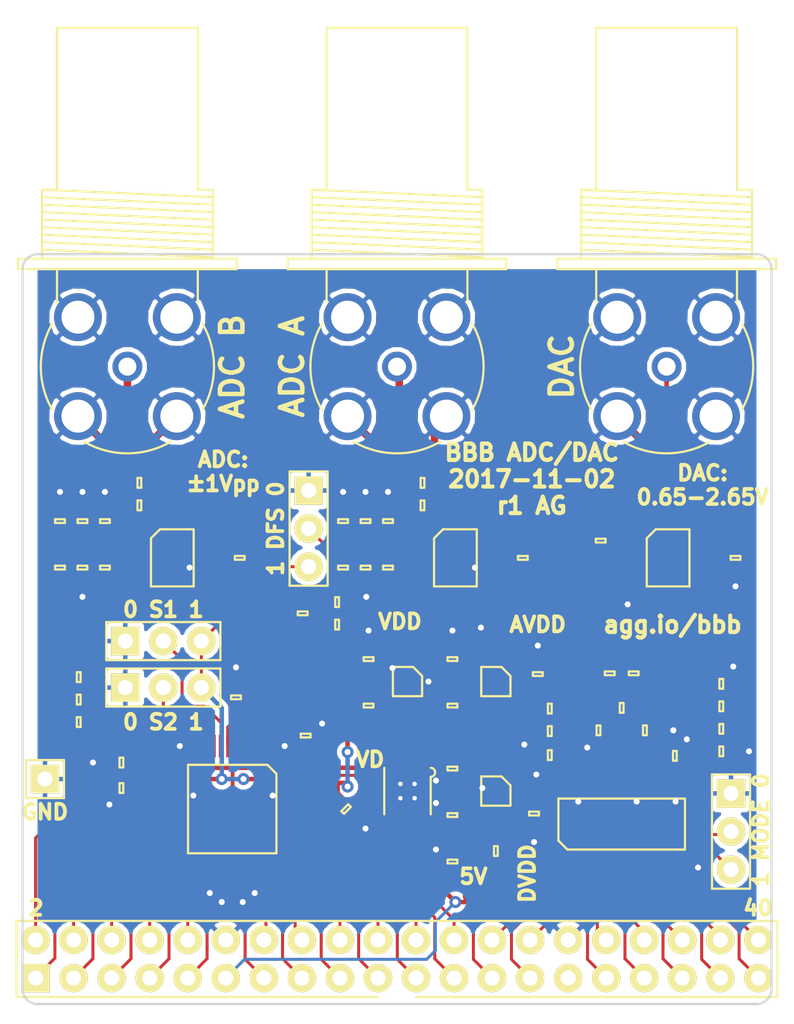
<source format=kicad_pcb>
(kicad_pcb (version 20170922) (host pcbnew no-vcs-found-0b1eb56~60~ubuntu16.04.1)
  (layers (0 F.Cu signal) (31 B.Cu signal) (34 B.Paste user) (35 F.Paste user) (36 B.SilkS user) (37 F.SilkS user) (38 B.Mask user) (39 F.Mask user) (44 Edge.Cuts user))
  (net 0 "")
  (net 1 /GPIO0_32)
  (net 2 /GPIO0_31)
  (net 3 /GPIO0_30)
  (net 4 /GPIO0_29)
  (net 5 /GPIO0_28)
  (net 6 /GPIO0_27)
  (net 7 /GPIO0_26)
  (net 8 /GPIO0_25)
  (net 9 /GPIO0_24)
  (net 10 /GPIO0_23)
  (net 11 /GPIO0_22)
  (net 12 /GPIO0_21)
  (net 13 /GPIO0_20)
  (net 14 "Net-(IC5-Pad15)")
  (net 15 GND)
  (net 16 "Net-(C16-Pad1)")
  (net 17 "Net-(IC5-Pad18)")
  (net 18 "Net-(IC5-Pad19)")
  (net 19 "Net-(C15-Pad1)")
  (net 20 "Net-(C15-Pad2)")
  (net 21 "Net-(IC5-Pad23)")
  (net 22 /DAC_AVDD)
  (net 23 "Net-(IC5-Pad25)")
  (net 24 /DAC_DVDD)
  (net 25 /GPIO0_33)
  (net 26 "Net-(IC8-Pad1)")
  (net 27 "Net-(IC8-Pad2)")
  (net 28 "Net-(IC8-Pad5)")
  (net 29 "Net-(D3-Pad1)")
  (net 30 "Net-(IC8-Pad8)")
  (net 31 "Net-(IC3-Pad8)")
  (net 32 "Net-(IC3-Pad7)")
  (net 33 "Net-(IC3-Pad5)")
  (net 34 "Net-(IC3-Pad4)")
  (net 35 /ADC_VD)
  (net 36 "Net-(C4-Pad1)")
  (net 37 "Net-(IC3-Pad1)")
  (net 38 "Net-(IC2-Pad1)")
  (net 39 "Net-(C2-Pad1)")
  (net 40 "Net-(IC2-Pad4)")
  (net 41 "Net-(IC2-Pad5)")
  (net 42 "Net-(IC2-Pad7)")
  (net 43 "Net-(IC2-Pad8)")
  (net 44 "Net-(IC9-Pad4)")
  (net 45 /ADC_VDD)
  (net 46 "Net-(IC9-Pad8)")
  (net 47 "Net-(IC9-Pad9)")
  (net 48 "Net-(C3-Pad1)")
  (net 49 5v)
  (net 50 "Net-(C17-Pad1)")
  (net 51 "Net-(C8-Pad1)")
  (net 52 "Net-(C10-Pad1)")
  (net 53 "Net-(C10-Pad2)")
  (net 54 "Net-(C21-Pad1)")
  (net 55 "Net-(C12-Pad2)")
  (net 56 "Net-(C12-Pad1)")
  (net 57 /GPIO0_09)
  (net 58 /GPIO0_19)
  (net 59 /GPIO0_18)
  (net 60 /GPIO0_17)
  (net 61 /GPIO0_16)
  (net 62 /GPIO0_15)
  (net 63 /GPIO0_14)
  (net 64 /GPIO0_13)
  (net 65 /GPIO0_12)
  (net 66 /GPIO0_11)
  (net 67 /GPIO0_10)
  (net 68 /GPIO0_IN0)
  (net 69 /GPIO0_IN1)
  (net 70 /GPIO0_00)
  (net 71 /GPIO0_01)
  (net 72 /GPIO0_02)
  (net 73 /GPIO0_03)
  (net 74 /GPIO0_04)
  (net 75 /GPIO0_05)
  (net 76 /GPIO0_06)
  (net 77 /GPIO0_07)
  (net 78 /GPIO0_08)
  (net 79 "Net-(J1-Pad29)")
  (net 80 "Net-(D2-Pad1)")
  (net 81 "Net-(D1-Pad1)")
  (net 82 "Net-(IC7-Pad6)")
  (net 83 "Net-(C28-Pad1)")
  (module agg:SIL-254P-01 (layer F.Cu) (at 76.5 138)
    (fp_text reference J6)
    (fp_text value GND)
    (pad 1 thru_hole rect (at 0 0) (size 1.9 1.9) (drill 1) (layers *.Cu *.Mask F.SilkS) (net 15 GND))
  )
  (module agg:TESTPAD (layer F.Cu) (at 102.2 127.5)
    (fp_text reference TP4 hide)
    (fp_text value TESTPAD hide)
    (pad 1 smd circle (at 0 0) (size 1 1) (layers F.Cu F.Mask) (net 45 /ADC_VDD))
  )
  (module agg:TESTPAD (layer F.Cu) (at 107.2 144)
    (fp_text reference TP3 hide)
    (fp_text value TESTPAD hide)
    (pad 1 smd circle (at 0 0) (size 1 1) (layers F.Cu F.Mask) (net 24 /DAC_DVDD))
  )
  (module agg:TESTPAD (layer F.Cu) (at 104.9 145.8)
    (fp_text reference TP2 hide)
    (fp_text value TESTPAD hide)
    (pad 1 smd circle (at 0 0) (size 1 1) (layers F.Cu F.Mask) (net 49 5v))
  )
  (module agg:TESTPAD (layer F.Cu) (at 107 127.6)
    (fp_text reference TP1 hide)
    (fp_text value TESTPAD hide)
    (pad 1 smd circle (at 0 0) (size 1 1) (layers F.Cu F.Mask) (net 22 /DAC_AVDD))
  )
  (module agg:TESTPAD (layer F.Cu) (at 98.1 135.4)
    (fp_text reference TP5 hide)
    (fp_text value TESTPAD hide)
    (pad 1 smd circle (at 0 0) (size 1 1) (layers F.Cu F.Mask) (net 35 /ADC_VD))
  )
  (module agg:SIL-254P-03 (layer F.Cu) (at 84.4 128.8)
    (fp_text reference J4)
    (fp_text value S1)
    (pad 3 thru_hole circle (at 2.54 0) (size 1.9 1.9) (drill 1) (layers *.Cu *.Mask F.SilkS) (net 45 /ADC_VDD))
    (pad 2 thru_hole circle (at 0 0) (size 1.9 1.9) (drill 1) (layers *.Cu *.Mask F.SilkS) (net 46 "Net-(IC9-Pad8)"))
    (pad 1 thru_hole rect (at -2.54 0) (size 1.9 1.9) (drill 1) (layers *.Cu *.Mask F.SilkS) (net 15 GND))
  )
  (module agg:SIL-254P-03 (layer F.Cu) (at 84.4 131.9)
    (fp_text reference J3)
    (fp_text value S2)
    (pad 1 thru_hole rect (at -2.54 0) (size 1.9 1.9) (drill 1) (layers *.Cu *.Mask F.SilkS) (net 15 GND))
    (pad 2 thru_hole circle (at 0 0) (size 1.9 1.9) (drill 1) (layers *.Cu *.Mask F.SilkS) (net 47 "Net-(IC9-Pad9)"))
    (pad 3 thru_hole circle (at 2.54 0) (size 1.9 1.9) (drill 1) (layers *.Cu *.Mask F.SilkS) (net 45 /ADC_VDD))
  )
  (module agg:0603 (layer F.Cu) (at 121.65 131.65)
    (fp_text reference C28)
    (fp_text value 100n)
    (pad 1 smd rect (at -0.8 0) (size 0.95 1) (layers F.Cu F.Paste F.Mask) (net 83 "Net-(C28-Pad1)"))
    (pad 2 smd rect (at 0.8 0) (size 0.95 1) (layers F.Cu F.Paste F.Mask) (net 15 GND))
  )
  (module agg:0603 (layer F.Cu) (at 106.6 142.8)
    (fp_text reference C8)
    (fp_text value 1n)
    (pad 1 smd rect (at -0.8 0) (size 0.95 1) (layers F.Cu F.Paste F.Mask) (net 51 "Net-(C8-Pad1)"))
    (pad 2 smd rect (at 0.8 0) (size 0.95 1) (layers F.Cu F.Paste F.Mask) (net 24 /DAC_DVDD))
  )
  (module agg:0603 (layer F.Cu) (at 96.6 140 315)
    (fp_text reference C27)
    (fp_text value 100n)
    (pad 1 smd rect (at -0.799999 0 315) (size 0.95 1) (layers F.Cu F.Paste F.Mask) (net 45 /ADC_VDD))
    (pad 2 smd rect (at 0.799999 0 315) (size 0.95 1) (layers F.Cu F.Paste F.Mask) (net 15 GND))
  )
  (module agg:0603 (layer F.Cu) (at 81.6 136.9 180)
    (fp_text reference C26)
    (fp_text value 100n)
    (pad 1 smd rect (at -0.8 0 180) (size 0.95 1) (layers F.Cu F.Paste F.Mask) (net 35 /ADC_VD))
    (pad 2 smd rect (at 0.8 0 180) (size 0.95 1) (layers F.Cu F.Paste F.Mask) (net 15 GND))
  )
  (module agg:0603 (layer F.Cu) (at 93.9 135.1 90)
    (fp_text reference C25)
    (fp_text value 100n)
    (pad 2 smd rect (at 0.8 0 90) (size 0.95 1) (layers F.Cu F.Paste F.Mask) (net 15 GND))
    (pad 1 smd rect (at -0.8 0 90) (size 0.95 1) (layers F.Cu F.Paste F.Mask) (net 35 /ADC_VD))
  )
  (module agg:0603 (layer F.Cu) (at 81.6 138.6 180)
    (fp_text reference C24)
    (fp_text value 100n)
    (pad 1 smd rect (at -0.8 0 180) (size 0.95 1) (layers F.Cu F.Paste F.Mask) (net 45 /ADC_VDD))
    (pad 2 smd rect (at 0.8 0 180) (size 0.95 1) (layers F.Cu F.Paste F.Mask) (net 15 GND))
  )
  (module agg:0603 (layer F.Cu) (at 79 123.9 270)
    (fp_text reference C23)
    (fp_text value 100n)
    (pad 2 smd rect (at 0.8 0 270) (size 0.95 1) (layers F.Cu F.Paste F.Mask) (net 15 GND))
    (pad 1 smd rect (at -0.8 0 270) (size 0.95 1) (layers F.Cu F.Paste F.Mask) (net 35 /ADC_VD))
  )
  (module agg:0603 (layer F.Cu) (at 97.9 123.9 270)
    (fp_text reference C18)
    (fp_text value 100n)
    (pad 1 smd rect (at -0.8 0 270) (size 0.95 1) (layers F.Cu F.Paste F.Mask) (net 35 /ADC_VD))
    (pad 2 smd rect (at 0.8 0 270) (size 0.95 1) (layers F.Cu F.Paste F.Mask) (net 15 GND))
  )
  (module agg:MSOP-8-EP-AD (layer F.Cu) (at 100.7 138.8 270)
    (fp_text reference IC7)
    (fp_text value ADP124)
    (pad 1 smd rect (at -2.2 -0.975 270) (size 1.45 0.45) (layers F.Cu F.Paste F.Mask) (net 35 /ADC_VD))
    (pad 2 smd rect (at -2.2 -0.325 270) (size 1.45 0.45) (layers F.Cu F.Paste F.Mask) (net 35 /ADC_VD))
    (pad 3 smd rect (at -2.2 0.325 270) (size 1.45 0.45) (layers F.Cu F.Paste F.Mask) (net 35 /ADC_VD))
    (pad 4 smd rect (at -2.2 0.975 270) (size 1.45 0.45) (layers F.Cu F.Paste F.Mask) (net 15 GND))
    (pad 5 smd rect (at 2.2 0.975 270) (size 1.45 0.45) (layers F.Cu F.Paste F.Mask) (net 49 5v))
    (pad 6 smd rect (at 2.2 0.325 270) (size 1.45 0.45) (layers F.Cu F.Paste F.Mask) (net 82 "Net-(IC7-Pad6)"))
    (pad 7 smd rect (at 2.2 -0.325 270) (size 1.45 0.45) (layers F.Cu F.Paste F.Mask) (net 49 5v))
    (pad 8 smd rect (at 2.2 -0.975 270) (size 1.45 0.45) (layers F.Cu F.Paste F.Mask) (net 49 5v))
    (pad EP thru_hole circle (at -0.475 -0.475 270) (size 0.65 0.65) (drill 0.3) (layers *.Cu) (net 15 GND))
    (pad EP thru_hole circle (at -0.475 0.475 270) (size 0.65 0.65) (drill 0.3) (layers *.Cu) (net 15 GND))
    (pad EP thru_hole circle (at 0.475 -0.475 270) (size 0.65 0.65) (drill 0.3) (layers *.Cu) (net 15 GND))
    (pad EP thru_hole circle (at 0.475 0.475 270) (size 0.65 0.65) (drill 0.3) (layers *.Cu) (net 15 GND))
    (pad EP smd rect (at 0 0 270) (size 1.725 1.66) (layers F.Cu F.Paste F.Mask) (net 15 GND))
  )
  (module agg:BNC_PCB_RA_5-1634556-0 (layer F.Cu) (at 82 110.5)
    (fp_text reference P2)
    (fp_text value COAX)
    (pad 2 thru_hole circle (at -3.3 -3.3) (size 3.2 3.2) (drill 2.2) (layers *.Cu *.Mask) (net 15 GND))
    (pad 1 thru_hole circle (at 0 0) (size 2 2) (drill 1.2) (layers *.Cu *.Mask) (net 80 "Net-(D2-Pad1)"))
    (pad 2 thru_hole circle (at 3.3 -3.3) (size 3.2 3.2) (drill 2.2) (layers *.Cu *.Mask) (net 15 GND))
    (pad 2 thru_hole circle (at -3.3 3.3) (size 3.2 3.2) (drill 2.2) (layers *.Cu *.Mask) (net 15 GND))
    (pad 2 thru_hole circle (at 3.3 3.3) (size 3.2 3.2) (drill 2.2) (layers *.Cu *.Mask) (net 15 GND))
  )
  (module agg:BNC_PCB_RA_5-1634556-0 (layer F.Cu) (at 118 110.5)
    (fp_text reference P3)
    (fp_text value COAX)
    (pad 2 thru_hole circle (at 3.3 3.3) (size 3.2 3.2) (drill 2.2) (layers *.Cu *.Mask) (net 15 GND))
    (pad 2 thru_hole circle (at -3.3 3.3) (size 3.2 3.2) (drill 2.2) (layers *.Cu *.Mask) (net 15 GND))
    (pad 2 thru_hole circle (at 3.3 -3.3) (size 3.2 3.2) (drill 2.2) (layers *.Cu *.Mask) (net 15 GND))
    (pad 1 thru_hole circle (at 0 0) (size 2 2) (drill 1.2) (layers *.Cu *.Mask) (net 29 "Net-(D3-Pad1)"))
    (pad 2 thru_hole circle (at -3.3 -3.3) (size 3.2 3.2) (drill 2.2) (layers *.Cu *.Mask) (net 15 GND))
  )
  (module agg:BNC_PCB_RA_5-1634556-0 (layer F.Cu) (at 100 110.5)
    (fp_text reference P1)
    (fp_text value COAX)
    (pad 2 thru_hole circle (at -3.3 -3.3) (size 3.2 3.2) (drill 2.2) (layers *.Cu *.Mask) (net 15 GND))
    (pad 1 thru_hole circle (at 0 0) (size 2 2) (drill 1.2) (layers *.Cu *.Mask) (net 81 "Net-(D1-Pad1)"))
    (pad 2 thru_hole circle (at 3.3 -3.3) (size 3.2 3.2) (drill 2.2) (layers *.Cu *.Mask) (net 15 GND))
    (pad 2 thru_hole circle (at -3.3 3.3) (size 3.2 3.2) (drill 2.2) (layers *.Cu *.Mask) (net 15 GND))
    (pad 2 thru_hole circle (at 3.3 3.3) (size 3.2 3.2) (drill 2.2) (layers *.Cu *.Mask) (net 15 GND))
  )
  (module agg:0402 (layer F.Cu) (at 117.55 116.9 180)
    (fp_text reference D3)
    (fp_text value ESD_DIODE)
    (pad 1 smd rect (at -0.45 0 180) (size 0.62 0.62) (layers F.Cu F.Paste F.Mask) (net 29 "Net-(D3-Pad1)"))
    (pad 2 smd rect (at 0.45 0 180) (size 0.62 0.62) (layers F.Cu F.Paste F.Mask) (net 15 GND))
  )
  (module agg:0402 (layer F.Cu) (at 81.5 116.9 180)
    (fp_text reference D2)
    (fp_text value ESD_DIODE)
    (pad 2 smd rect (at 0.45 0 180) (size 0.62 0.62) (layers F.Cu F.Paste F.Mask) (net 15 GND))
    (pad 1 smd rect (at -0.45 0 180) (size 0.62 0.62) (layers F.Cu F.Paste F.Mask) (net 80 "Net-(D2-Pad1)"))
  )
  (module agg:0402 (layer F.Cu) (at 99.7 116.9 180)
    (fp_text reference D1)
    (fp_text value ESD_DIODE)
    (pad 1 smd rect (at -0.45 0 180) (size 0.62 0.62) (layers F.Cu F.Paste F.Mask) (net 81 "Net-(D1-Pad1)"))
    (pad 2 smd rect (at 0.45 0 180) (size 0.62 0.62) (layers F.Cu F.Paste F.Mask) (net 15 GND))
  )
  (module agg:0603 (layer F.Cu) (at 121.65 134.65)
    (fp_text reference R23)
    (fp_text value 1k)
    (pad 2 smd rect (at 0.8 0) (size 0.95 1) (layers F.Cu F.Paste F.Mask) (net 22 /DAC_AVDD))
    (pad 1 smd rect (at -0.8 0) (size 0.95 1) (layers F.Cu F.Paste F.Mask) (net 83 "Net-(C28-Pad1)"))
  )
  (module agg:0603 (layer F.Cu) (at 121.65 136.15)
    (fp_text reference R21)
    (fp_text value 2k)
    (pad 1 smd rect (at -0.8 0) (size 0.95 1) (layers F.Cu F.Paste F.Mask) (net 17 "Net-(IC5-Pad18)"))
    (pad 2 smd rect (at 0.8 0) (size 0.95 1) (layers F.Cu F.Paste F.Mask) (net 15 GND))
  )
  (module agg:0603 (layer F.Cu) (at 113.45 134.75 180)
    (fp_text reference R20)
    (fp_text value 25)
    (pad 2 smd rect (at 0.8 0 180) (size 0.95 1) (layers F.Cu F.Paste F.Mask) (net 15 GND))
    (pad 1 smd rect (at -0.8 0 180) (size 0.95 1) (layers F.Cu F.Paste F.Mask) (net 20 "Net-(C15-Pad2)"))
  )
  (module agg:0603 (layer F.Cu) (at 116.55 134.75)
    (fp_text reference R19)
    (fp_text value 25)
    (pad 1 smd rect (at -0.8 0) (size 0.95 1) (layers F.Cu F.Paste F.Mask) (net 19 "Net-(C15-Pad1)"))
    (pad 2 smd rect (at 0.8 0) (size 0.95 1) (layers F.Cu F.Paste F.Mask) (net 15 GND))
  )
  (module agg:0603 (layer F.Cu) (at 78.75 131.2)
    (fp_text reference R18)
    (fp_text value 25)
    (pad 2 smd rect (at 0.8 0) (size 0.95 1) (layers F.Cu F.Paste F.Mask) (net 34 "Net-(IC3-Pad4)"))
    (pad 1 smd rect (at -0.8 0) (size 0.95 1) (layers F.Cu F.Paste F.Mask) (net 55 "Net-(C12-Pad2)"))
  )
  (module agg:0603 (layer F.Cu) (at 113.6 122.1 270)
    (fp_text reference R26)
    (fp_text value 500)
    (pad 1 smd rect (at -0.8 0 270) (size 0.95 1) (layers F.Cu F.Paste F.Mask) (net 29 "Net-(D3-Pad1)"))
    (pad 2 smd rect (at 0.8 0 270) (size 0.95 1) (layers F.Cu F.Paste F.Mask) (net 27 "Net-(IC8-Pad2)"))
  )
  (module agg:0603 (layer F.Cu) (at 96 126.2)
    (fp_text reference R16)
    (fp_text value 25)
    (pad 2 smd rect (at 0.8 0) (size 0.95 1) (layers F.Cu F.Paste F.Mask) (net 40 "Net-(IC2-Pad4)"))
    (pad 1 smd rect (at -0.8 0) (size 0.95 1) (layers F.Cu F.Paste F.Mask) (net 53 "Net-(C10-Pad2)"))
  )
  (module agg:0603 (layer F.Cu) (at 96 127.7)
    (fp_text reference R15)
    (fp_text value 25)
    (pad 1 smd rect (at -0.8 0) (size 0.95 1) (layers F.Cu F.Paste F.Mask) (net 52 "Net-(C10-Pad1)"))
    (pad 2 smd rect (at 0.8 0) (size 0.95 1) (layers F.Cu F.Paste F.Mask) (net 41 "Net-(IC2-Pad5)"))
  )
  (module agg:0603 (layer F.Cu) (at 89.5 123.25 270)
    (fp_text reference R13)
    (fp_text value 500)
    (pad 2 smd rect (at 0.8 0 270) (size 0.95 1) (layers F.Cu F.Paste F.Mask) (net 33 "Net-(IC3-Pad5)"))
    (pad 1 smd rect (at -0.8 0 270) (size 0.95 1) (layers F.Cu F.Paste F.Mask) (net 31 "Net-(IC3-Pad8)"))
  )
  (module agg:0603 (layer F.Cu) (at 99.4 123.9 270)
    (fp_text reference R12)
    (fp_text value 500)
    (pad 1 smd rect (at -0.8 0 270) (size 0.95 1) (layers F.Cu F.Paste F.Mask) (net 38 "Net-(IC2-Pad1)"))
    (pad 2 smd rect (at 0.8 0 270) (size 0.95 1) (layers F.Cu F.Paste F.Mask) (net 40 "Net-(IC2-Pad4)"))
  )
  (module agg:0603 (layer F.Cu) (at 80.5 120.8 270)
    (fp_text reference R10)
    (fp_text value 525)
    (pad 2 smd rect (at 0.8 0 270) (size 0.95 1) (layers F.Cu F.Paste F.Mask) (net 37 "Net-(IC3-Pad1)"))
    (pad 1 smd rect (at -0.8 0 270) (size 0.95 1) (layers F.Cu F.Paste F.Mask) (net 15 GND))
  )
  (module agg:0603 (layer F.Cu) (at 114.2 130.95 270)
    (fp_text reference R22)
    (fp_text value 225)
    (pad 1 smd rect (at -0.8 0 270) (size 0.95 1) (layers F.Cu F.Paste F.Mask) (net 27 "Net-(IC8-Pad2)"))
    (pad 2 smd rect (at 0.8 0 270) (size 0.95 1) (layers F.Cu F.Paste F.Mask) (net 20 "Net-(C15-Pad2)"))
  )
  (module agg:0603 (layer F.Cu) (at 121.65 133.15 180)
    (fp_text reference R24)
    (fp_text value 1k)
    (pad 2 smd rect (at 0.8 0 180) (size 0.95 1) (layers F.Cu F.Paste F.Mask) (net 83 "Net-(C28-Pad1)"))
    (pad 1 smd rect (at -0.8 0 180) (size 0.95 1) (layers F.Cu F.Paste F.Mask) (net 15 GND))
  )
  (module agg:0603 (layer F.Cu) (at 115.8 130.95 270)
    (fp_text reference R25)
    (fp_text value 225)
    (pad 1 smd rect (at -0.8 0 270) (size 0.95 1) (layers F.Cu F.Paste F.Mask) (net 83 "Net-(C28-Pad1)"))
    (pad 2 smd rect (at 0.8 0 270) (size 0.95 1) (layers F.Cu F.Paste F.Mask) (net 19 "Net-(C15-Pad1)"))
  )
  (module agg:0603 (layer F.Cu) (at 103.7 130 90)
    (fp_text reference C1)
    (fp_text value 1µ)
    (pad 2 smd rect (at 0.8 0 90) (size 0.95 1) (layers F.Cu F.Paste F.Mask) (net 15 GND))
    (pad 1 smd rect (at -0.8 0 90) (size 0.95 1) (layers F.Cu F.Paste F.Mask) (net 49 5v))
  )
  (module agg:0603 (layer F.Cu) (at 78.75 132.7)
    (fp_text reference R17)
    (fp_text value 25)
    (pad 1 smd rect (at -0.8 0) (size 0.95 1) (layers F.Cu F.Paste F.Mask) (net 56 "Net-(C12-Pad1)"))
    (pad 2 smd rect (at 0.8 0) (size 0.95 1) (layers F.Cu F.Paste F.Mask) (net 33 "Net-(IC3-Pad5)"))
  )
  (module agg:0603 (layer F.Cu) (at 101.7 118.25)
    (fp_text reference R1)
    (fp_text value 50)
    (pad 2 smd rect (at 0.8 0) (size 0.95 1) (layers F.Cu F.Paste F.Mask) (net 15 GND))
    (pad 1 smd rect (at -0.8 0) (size 0.95 1) (layers F.Cu F.Paste F.Mask) (net 81 "Net-(D1-Pad1)"))
  )
  (module agg:0603 (layer F.Cu) (at 96.4 123.9 270)
    (fp_text reference R2)
    (fp_text value 10k)
    (pad 1 smd rect (at -0.8 0 270) (size 0.95 1) (layers F.Cu F.Paste F.Mask) (net 39 "Net-(C2-Pad1)"))
    (pad 2 smd rect (at 0.8 0 270) (size 0.95 1) (layers F.Cu F.Paste F.Mask) (net 35 /ADC_VD))
  )
  (module agg:0603 (layer F.Cu) (at 96.4 120.8 270)
    (fp_text reference R3)
    (fp_text value 5k)
    (pad 2 smd rect (at 0.8 0 270) (size 0.95 1) (layers F.Cu F.Paste F.Mask) (net 39 "Net-(C2-Pad1)"))
    (pad 1 smd rect (at -0.8 0 270) (size 0.95 1) (layers F.Cu F.Paste F.Mask) (net 15 GND))
  )
  (module agg:0603 (layer F.Cu) (at 77.5 120.8 270)
    (fp_text reference R7)
    (fp_text value 5k)
    (pad 1 smd rect (at -0.8 0 270) (size 0.95 1) (layers F.Cu F.Paste F.Mask) (net 15 GND))
    (pad 2 smd rect (at 0.8 0 270) (size 0.95 1) (layers F.Cu F.Paste F.Mask) (net 36 "Net-(C4-Pad1)"))
  )
  (module agg:0603 (layer F.Cu) (at 82.8 118.25)
    (fp_text reference R5)
    (fp_text value 50)
    (pad 1 smd rect (at -0.8 0) (size 0.95 1) (layers F.Cu F.Paste F.Mask) (net 80 "Net-(D2-Pad1)"))
    (pad 2 smd rect (at 0.8 0) (size 0.95 1) (layers F.Cu F.Paste F.Mask) (net 15 GND))
  )
  (module agg:0603 (layer F.Cu) (at 77.5 123.9 270)
    (fp_text reference R6)
    (fp_text value 10k)
    (pad 1 smd rect (at -0.8 0 270) (size 0.95 1) (layers F.Cu F.Paste F.Mask) (net 36 "Net-(C4-Pad1)"))
    (pad 2 smd rect (at 0.8 0 270) (size 0.95 1) (layers F.Cu F.Paste F.Mask) (net 35 /ADC_VD))
  )
  (module agg:0603 (layer F.Cu) (at 101.7 119.75 180)
    (fp_text reference R4)
    (fp_text value 500)
    (pad 2 smd rect (at 0.8 0 180) (size 0.95 1) (layers F.Cu F.Paste F.Mask) (net 81 "Net-(D1-Pad1)"))
    (pad 1 smd rect (at -0.8 0 180) (size 0.95 1) (layers F.Cu F.Paste F.Mask) (net 43 "Net-(IC2-Pad8)"))
  )
  (module agg:0603 (layer F.Cu) (at 108.4 123.25 270)
    (fp_text reference R11)
    (fp_text value 500)
    (pad 1 smd rect (at -0.8 0 270) (size 0.95 1) (layers F.Cu F.Paste F.Mask) (net 43 "Net-(IC2-Pad8)"))
    (pad 2 smd rect (at 0.8 0 270) (size 0.95 1) (layers F.Cu F.Paste F.Mask) (net 41 "Net-(IC2-Pad5)"))
  )
  (module agg:0603 (layer F.Cu) (at 122.6 123.25 270)
    (fp_text reference C22)
    (fp_text value 100n)
    (pad 2 smd rect (at 0.8 0 270) (size 0.95 1) (layers F.Cu F.Paste F.Mask) (net 15 GND))
    (pad 1 smd rect (at -0.8 0 270) (size 0.95 1) (layers F.Cu F.Paste F.Mask) (net 22 /DAC_AVDD))
  )
  (module agg:0603 (layer F.Cu) (at 89.25 132.55 90)
    (fp_text reference C21)
    (fp_text value 100n)
    (pad 1 smd rect (at -0.8 0 90) (size 0.95 1) (layers F.Cu F.Paste F.Mask) (net 54 "Net-(C21-Pad1)"))
    (pad 2 smd rect (at 0.8 0 90) (size 0.95 1) (layers F.Cu F.Paste F.Mask) (net 15 GND))
  )
  (module agg:0603 (layer F.Cu) (at 103.7 137.3 270)
    (fp_text reference C20)
    (fp_text value 1µ)
    (pad 2 smd rect (at 0.8 0 270) (size 0.95 1) (layers F.Cu F.Paste F.Mask) (net 15 GND))
    (pad 1 smd rect (at -0.8 0 270) (size 0.95 1) (layers F.Cu F.Paste F.Mask) (net 35 /ADC_VD))
  )
  (module agg:0603 (layer F.Cu) (at 98.1 130 90)
    (fp_text reference C19)
    (fp_text value 1µ)
    (pad 2 smd rect (at 0.8 0 90) (size 0.95 1) (layers F.Cu F.Paste F.Mask) (net 15 GND))
    (pad 1 smd rect (at -0.8 0 90) (size 0.95 1) (layers F.Cu F.Paste F.Mask) (net 45 /ADC_VDD))
  )
  (module agg:0603 (layer F.Cu) (at 98.1 133.1 90)
    (fp_text reference C17)
    (fp_text value 1n)
    (pad 2 smd rect (at 0.8 0 90) (size 0.95 1) (layers F.Cu F.Paste F.Mask) (net 45 /ADC_VDD))
    (pad 1 smd rect (at -0.8 0 90) (size 0.95 1) (layers F.Cu F.Paste F.Mask) (net 50 "Net-(C17-Pad1)"))
  )
  (module agg:0603 (layer F.Cu) (at 118.55 136.45)
    (fp_text reference C16)
    (fp_text value 100n)
    (pad 2 smd rect (at 0.8 0) (size 0.95 1) (layers F.Cu F.Paste F.Mask) (net 15 GND))
    (pad 1 smd rect (at -0.8 0) (size 0.95 1) (layers F.Cu F.Paste F.Mask) (net 16 "Net-(C16-Pad1)"))
  )
  (module agg:0603 (layer F.Cu) (at 103.7 140.4 90)
    (fp_text reference C14)
    (fp_text value 1µ)
    (pad 1 smd rect (at -0.8 0 90) (size 0.95 1) (layers F.Cu F.Paste F.Mask) (net 49 5v))
    (pad 2 smd rect (at 0.8 0 90) (size 0.95 1) (layers F.Cu F.Paste F.Mask) (net 15 GND))
  )
  (module agg:0603 (layer F.Cu) (at 103.7 133.1 90)
    (fp_text reference C13)
    (fp_text value 1µ)
    (pad 1 smd rect (at -0.8 0 90) (size 0.95 1) (layers F.Cu F.Paste F.Mask) (net 49 5v))
    (pad 2 smd rect (at 0.8 0 90) (size 0.95 1) (layers F.Cu F.Paste F.Mask) (net 15 GND))
  )
  (module agg:0603 (layer F.Cu) (at 78.75 134.2)
    (fp_text reference C12)
    (fp_text value 15p)
    (pad 1 smd rect (at -0.8 0) (size 0.95 1) (layers F.Cu F.Paste F.Mask) (net 56 "Net-(C12-Pad1)"))
    (pad 2 smd rect (at 0.8 0) (size 0.95 1) (layers F.Cu F.Paste F.Mask) (net 55 "Net-(C12-Pad2)"))
  )
  (module agg:0603 (layer F.Cu) (at 110.2 136.4 180)
    (fp_text reference C11)
    (fp_text value 100n)
    (pad 2 smd rect (at 0.8 0 180) (size 0.95 1) (layers F.Cu F.Paste F.Mask) (net 15 GND))
    (pad 1 smd rect (at -0.8 0 180) (size 0.95 1) (layers F.Cu F.Paste F.Mask) (net 24 /DAC_DVDD))
  )
  (module agg:0603 (layer F.Cu) (at 93.7 126.95 90)
    (fp_text reference C10)
    (fp_text value 15p)
    (pad 1 smd rect (at -0.8 0 90) (size 0.95 1) (layers F.Cu F.Paste F.Mask) (net 52 "Net-(C10-Pad1)"))
    (pad 2 smd rect (at 0.8 0 90) (size 0.95 1) (layers F.Cu F.Paste F.Mask) (net 53 "Net-(C10-Pad2)"))
  )
  (module agg:0603 (layer F.Cu) (at 109.15 140.3 270)
    (fp_text reference C9)
    (fp_text value 1µ)
    (pad 2 smd rect (at 0.8 0 270) (size 0.95 1) (layers F.Cu F.Paste F.Mask) (net 15 GND))
    (pad 1 smd rect (at -0.8 0 270) (size 0.95 1) (layers F.Cu F.Paste F.Mask) (net 24 /DAC_DVDD))
  )
  (module agg:0603 (layer F.Cu) (at 103.7 143.5 90)
    (fp_text reference C7)
    (fp_text value 1µ)
    (pad 2 smd rect (at 0.8 0 90) (size 0.95 1) (layers F.Cu F.Paste F.Mask) (net 15 GND))
    (pad 1 smd rect (at -0.8 0 90) (size 0.95 1) (layers F.Cu F.Paste F.Mask) (net 49 5v))
  )
  (module agg:0603 (layer F.Cu) (at 110.2 134.8 180)
    (fp_text reference C6)
    (fp_text value 100n)
    (pad 1 smd rect (at -0.8 0 180) (size 0.95 1) (layers F.Cu F.Paste F.Mask) (net 22 /DAC_AVDD))
    (pad 2 smd rect (at 0.8 0 180) (size 0.95 1) (layers F.Cu F.Paste F.Mask) (net 15 GND))
  )
  (module agg:0603 (layer F.Cu) (at 109.4 131 90)
    (fp_text reference C5)
    (fp_text value 1µ)
    (pad 2 smd rect (at 0.8 0 90) (size 0.95 1) (layers F.Cu F.Paste F.Mask) (net 15 GND))
    (pad 1 smd rect (at -0.8 0 90) (size 0.95 1) (layers F.Cu F.Paste F.Mask) (net 22 /DAC_AVDD))
  )
  (module agg:0603 (layer F.Cu) (at 79 120.8 90)
    (fp_text reference C4)
    (fp_text value 100n)
    (pad 1 smd rect (at -0.8 0 90) (size 0.95 1) (layers F.Cu F.Paste F.Mask) (net 36 "Net-(C4-Pad1)"))
    (pad 2 smd rect (at 0.8 0 90) (size 0.95 1) (layers F.Cu F.Paste F.Mask) (net 15 GND))
  )
  (module agg:0603 (layer F.Cu) (at 110.2 133.3)
    (fp_text reference C3)
    (fp_text value 1n)
    (pad 2 smd rect (at 0.8 0) (size 0.95 1) (layers F.Cu F.Paste F.Mask) (net 22 /DAC_AVDD))
    (pad 1 smd rect (at -0.8 0) (size 0.95 1) (layers F.Cu F.Paste F.Mask) (net 48 "Net-(C3-Pad1)"))
  )
  (module agg:0603 (layer F.Cu) (at 97.9 120.8 90)
    (fp_text reference C2)
    (fp_text value 100n)
    (pad 1 smd rect (at -0.8 0 90) (size 0.95 1) (layers F.Cu F.Paste F.Mask) (net 39 "Net-(C2-Pad1)"))
    (pad 2 smd rect (at 0.8 0 90) (size 0.95 1) (layers F.Cu F.Paste F.Mask) (net 15 GND))
  )
  (module agg:0603 (layer F.Cu) (at 82.8 119.75 180)
    (fp_text reference R9)
    (fp_text value 500)
    (pad 2 smd rect (at 0.8 0 180) (size 0.95 1) (layers F.Cu F.Paste F.Mask) (net 80 "Net-(D2-Pad1)"))
    (pad 1 smd rect (at -0.8 0 180) (size 0.95 1) (layers F.Cu F.Paste F.Mask) (net 31 "Net-(IC3-Pad8)"))
  )
  (module agg:0603 (layer F.Cu) (at 115 133.25 180)
    (fp_text reference C15)
    (fp_text value 15p)
    (pad 1 smd rect (at -0.8 0 180) (size 0.95 1) (layers F.Cu F.Paste F.Mask) (net 19 "Net-(C15-Pad1)"))
    (pad 2 smd rect (at 0.8 0 180) (size 0.95 1) (layers F.Cu F.Paste F.Mask) (net 20 "Net-(C15-Pad2)"))
  )
  (module agg:0603 (layer F.Cu) (at 99.4 120.8 270)
    (fp_text reference R8)
    (fp_text value 525)
    (pad 2 smd rect (at 0.8 0 270) (size 0.95 1) (layers F.Cu F.Paste F.Mask) (net 38 "Net-(IC2-Pad1)"))
    (pad 1 smd rect (at -0.8 0 270) (size 0.95 1) (layers F.Cu F.Paste F.Mask) (net 15 GND))
  )
  (module agg:0603 (layer F.Cu) (at 80.5 123.9 270)
    (fp_text reference R14)
    (fp_text value 500)
    (pad 1 smd rect (at -0.8 0 270) (size 0.95 1) (layers F.Cu F.Paste F.Mask) (net 37 "Net-(IC3-Pad1)"))
    (pad 2 smd rect (at 0.8 0 270) (size 0.95 1) (layers F.Cu F.Paste F.Mask) (net 34 "Net-(IC3-Pad4)"))
  )
  (module agg:DIL-254P-40 (layer F.Cu) (at 100 150)
    (fp_text reference J1)
    (fp_text value FPGA_GPIO0)
    (pad 1 thru_hole rect (at -24.13 1.27) (size 1.9 1.9) (drill 1) (layers *.Cu *.Mask F.SilkS) (net 68 /GPIO0_IN0))
    (pad 2 thru_hole circle (at -24.13 -1.27) (size 1.9 1.9) (drill 1) (layers *.Cu *.Mask F.SilkS) (net 70 /GPIO0_00))
    (pad 3 thru_hole circle (at -21.59 1.27) (size 1.9 1.9) (drill 1) (layers *.Cu *.Mask F.SilkS) (net 69 /GPIO0_IN1))
    (pad 4 thru_hole circle (at -21.59 -1.27) (size 1.9 1.9) (drill 1) (layers *.Cu *.Mask F.SilkS) (net 71 /GPIO0_01))
    (pad 5 thru_hole circle (at -19.05 1.27) (size 1.9 1.9) (drill 1) (layers *.Cu *.Mask F.SilkS) (net 72 /GPIO0_02))
    (pad 6 thru_hole circle (at -19.05 -1.27) (size 1.9 1.9) (drill 1) (layers *.Cu *.Mask F.SilkS) (net 73 /GPIO0_03))
    (pad 7 thru_hole circle (at -16.51 1.27) (size 1.9 1.9) (drill 1) (layers *.Cu *.Mask F.SilkS) (net 74 /GPIO0_04))
    (pad 8 thru_hole circle (at -16.51 -1.27) (size 1.9 1.9) (drill 1) (layers *.Cu *.Mask F.SilkS) (net 75 /GPIO0_05))
    (pad 9 thru_hole circle (at -13.97 1.27) (size 1.9 1.9) (drill 1) (layers *.Cu *.Mask F.SilkS) (net 76 /GPIO0_06))
    (pad 10 thru_hole circle (at -13.97 -1.27) (size 1.9 1.9) (drill 1) (layers *.Cu *.Mask F.SilkS) (net 77 /GPIO0_07))
    (pad 11 thru_hole circle (at -11.43 1.27) (size 1.9 1.9) (drill 1) (layers *.Cu *.Mask F.SilkS) (net 49 5v))
    (pad 12 thru_hole circle (at -11.43 -1.27) (size 1.9 1.9) (drill 1) (layers *.Cu *.Mask F.SilkS) (net 15 GND))
    (pad 13 thru_hole circle (at -8.89 1.27) (size 1.9 1.9) (drill 1) (layers *.Cu *.Mask F.SilkS) (net 78 /GPIO0_08))
    (pad 14 thru_hole circle (at -8.89 -1.27) (size 1.9 1.9) (drill 1) (layers *.Cu *.Mask F.SilkS) (net 57 /GPIO0_09))
    (pad 15 thru_hole circle (at -6.35 1.27) (size 1.9 1.9) (drill 1) (layers *.Cu *.Mask F.SilkS) (net 67 /GPIO0_10))
    (pad 16 thru_hole circle (at -6.35 -1.27) (size 1.9 1.9) (drill 1) (layers *.Cu *.Mask F.SilkS) (net 66 /GPIO0_11))
    (pad 17 thru_hole circle (at -3.81 1.27) (size 1.9 1.9) (drill 1) (layers *.Cu *.Mask F.SilkS) (net 65 /GPIO0_12))
    (pad 18 thru_hole circle (at -3.81 -1.27) (size 1.9 1.9) (drill 1) (layers *.Cu *.Mask F.SilkS) (net 64 /GPIO0_13))
    (pad 19 thru_hole circle (at -1.27 1.27) (size 1.9 1.9) (drill 1) (layers *.Cu *.Mask F.SilkS) (net 63 /GPIO0_14))
    (pad 20 thru_hole circle (at -1.27 -1.27) (size 1.9 1.9) (drill 1) (layers *.Cu *.Mask F.SilkS) (net 62 /GPIO0_15))
    (pad 21 thru_hole circle (at 1.27 1.27) (size 1.9 1.9) (drill 1) (layers *.Cu *.Mask F.SilkS) (net 61 /GPIO0_16))
    (pad 22 thru_hole circle (at 1.27 -1.27) (size 1.9 1.9) (drill 1) (layers *.Cu *.Mask F.SilkS) (net 60 /GPIO0_17))
    (pad 23 thru_hole circle (at 3.81 1.27) (size 1.9 1.9) (drill 1) (layers *.Cu *.Mask F.SilkS) (net 59 /GPIO0_18))
    (pad 24 thru_hole circle (at 3.81 -1.27) (size 1.9 1.9) (drill 1) (layers *.Cu *.Mask F.SilkS) (net 58 /GPIO0_19))
    (pad 25 thru_hole circle (at 6.35 1.27) (size 1.9 1.9) (drill 1) (layers *.Cu *.Mask F.SilkS) (net 13 /GPIO0_20))
    (pad 26 thru_hole circle (at 6.35 -1.27) (size 1.9 1.9) (drill 1) (layers *.Cu *.Mask F.SilkS) (net 12 /GPIO0_21))
    (pad 27 thru_hole circle (at 8.89 1.27) (size 1.9 1.9) (drill 1) (layers *.Cu *.Mask F.SilkS) (net 11 /GPIO0_22))
    (pad 28 thru_hole circle (at 8.89 -1.27) (size 1.9 1.9) (drill 1) (layers *.Cu *.Mask F.SilkS) (net 10 /GPIO0_23))
    (pad 29 thru_hole circle (at 11.43 1.27) (size 1.9 1.9) (drill 1) (layers *.Cu *.Mask F.SilkS) (net 79 "Net-(J1-Pad29)"))
    (pad 30 thru_hole circle (at 11.43 -1.27) (size 1.9 1.9) (drill 1) (layers *.Cu *.Mask F.SilkS) (net 15 GND))
    (pad 31 thru_hole circle (at 13.97 1.27) (size 1.9 1.9) (drill 1) (layers *.Cu *.Mask F.SilkS) (net 9 /GPIO0_24))
    (pad 32 thru_hole circle (at 13.97 -1.27) (size 1.9 1.9) (drill 1) (layers *.Cu *.Mask F.SilkS) (net 8 /GPIO0_25))
    (pad 33 thru_hole circle (at 16.51 1.27) (size 1.9 1.9) (drill 1) (layers *.Cu *.Mask F.SilkS) (net 7 /GPIO0_26))
    (pad 34 thru_hole circle (at 16.51 -1.27) (size 1.9 1.9) (drill 1) (layers *.Cu *.Mask F.SilkS) (net 6 /GPIO0_27))
    (pad 35 thru_hole circle (at 19.05 1.27) (size 1.9 1.9) (drill 1) (layers *.Cu *.Mask F.SilkS) (net 5 /GPIO0_28))
    (pad 36 thru_hole circle (at 19.05 -1.27) (size 1.9 1.9) (drill 1) (layers *.Cu *.Mask F.SilkS) (net 4 /GPIO0_29))
    (pad 37 thru_hole circle (at 21.59 1.27) (size 1.9 1.9) (drill 1) (layers *.Cu *.Mask F.SilkS) (net 3 /GPIO0_30))
    (pad 38 thru_hole circle (at 21.59 -1.27) (size 1.9 1.9) (drill 1) (layers *.Cu *.Mask F.SilkS) (net 2 /GPIO0_31))
    (pad 39 thru_hole circle (at 24.13 1.27) (size 1.9 1.9) (drill 1) (layers *.Cu *.Mask F.SilkS) (net 1 /GPIO0_32))
    (pad 40 thru_hole circle (at 24.13 -1.27) (size 1.9 1.9) (drill 1) (layers *.Cu *.Mask F.SilkS) (net 25 /GPIO0_33))
  )
  (module agg:LQFP-48 (layer F.Cu) (at 89 140 270)
    (fp_text reference IC9)
    (fp_text value AD9218)
    (pad 1 smd rect (at -4.2 -2.75 270) (size 1.5 0.3) (layers F.Cu F.Paste F.Mask) (net 15 GND))
    (pad 2 smd rect (at -4.2 -2.25 270) (size 1.5 0.3) (layers F.Cu F.Paste F.Mask) (net 52 "Net-(C10-Pad1)"))
    (pad 3 smd rect (at -4.2 -1.75 270) (size 1.5 0.3) (layers F.Cu F.Paste F.Mask) (net 53 "Net-(C10-Pad2)"))
    (pad 4 smd rect (at -4.2 -1.25 270) (size 1.5 0.3) (layers F.Cu F.Paste F.Mask) (net 44 "Net-(IC9-Pad4)"))
    (pad 5 smd rect (at -4.2 -0.75 270) (size 1.5 0.3) (layers F.Cu F.Paste F.Mask) (net 54 "Net-(C21-Pad1)"))
    (pad 6 smd rect (at -4.2 -0.25 270) (size 1.5 0.3) (layers F.Cu F.Paste F.Mask) (net 54 "Net-(C21-Pad1)"))
    (pad 7 smd rect (at -4.2 0.25 270) (size 1.5 0.3) (layers F.Cu F.Paste F.Mask) (net 54 "Net-(C21-Pad1)"))
    (pad 8 smd rect (at -4.2 0.75 270) (size 1.5 0.3) (layers F.Cu F.Paste F.Mask) (net 46 "Net-(IC9-Pad8)"))
    (pad 9 smd rect (at -4.2 1.25 270) (size 1.5 0.3) (layers F.Cu F.Paste F.Mask) (net 47 "Net-(IC9-Pad9)"))
    (pad 10 smd rect (at -4.2 1.75 270) (size 1.5 0.3) (layers F.Cu F.Paste F.Mask) (net 55 "Net-(C12-Pad2)"))
    (pad 11 smd rect (at -4.2 2.25 270) (size 1.5 0.3) (layers F.Cu F.Paste F.Mask) (net 56 "Net-(C12-Pad1)"))
    (pad 12 smd rect (at -4.2 2.75 270) (size 1.5 0.3) (layers F.Cu F.Paste F.Mask) (net 15 GND))
    (pad 13 smd rect (at -2.75 4.2 270) (size 0.3 1.5) (layers F.Cu F.Paste F.Mask) (net 35 /ADC_VD))
    (pad 14 smd rect (at -2.25 4.2 270) (size 0.3 1.5) (layers F.Cu F.Paste F.Mask) (net 70 /GPIO0_00))
    (pad 15 smd rect (at -1.75 4.2 270) (size 0.3 1.5) (layers F.Cu F.Paste F.Mask) (net 45 /ADC_VDD))
    (pad 16 smd rect (at -1.25 4.2 270) (size 0.3 1.5) (layers F.Cu F.Paste F.Mask) (net 15 GND))
    (pad 17 smd rect (at -0.75 4.2 270) (size 0.3 1.5) (layers F.Cu F.Paste F.Mask) (net 68 /GPIO0_IN0))
    (pad 18 smd rect (at -0.25 4.2 270) (size 0.3 1.5) (layers F.Cu F.Paste F.Mask) (net 71 /GPIO0_01))
    (pad 19 smd rect (at 0.25 4.2 270) (size 0.3 1.5) (layers F.Cu F.Paste F.Mask) (net 69 /GPIO0_IN1))
    (pad 20 smd rect (at 0.75 4.2 270) (size 0.3 1.5) (layers F.Cu F.Paste F.Mask) (net 73 /GPIO0_03))
    (pad 21 smd rect (at 1.25 4.2 270) (size 0.3 1.5) (layers F.Cu F.Paste F.Mask) (net 72 /GPIO0_02))
    (pad 22 smd rect (at 1.75 4.2 270) (size 0.3 1.5) (layers F.Cu F.Paste F.Mask) (net 75 /GPIO0_05))
    (pad 23 smd rect (at 2.25 4.2 270) (size 0.3 1.5) (layers F.Cu F.Paste F.Mask) (net 74 /GPIO0_04))
    (pad 24 smd rect (at 2.75 4.2 270) (size 0.3 1.5) (layers F.Cu F.Paste F.Mask) (net 77 /GPIO0_07))
    (pad 25 smd rect (at 4.2 2.75 270) (size 1.5 0.3) (layers F.Cu F.Paste F.Mask) (net 76 /GPIO0_06))
    (pad 26 smd rect (at 4.2 2.25 270) (size 1.5 0.3) (layers F.Cu F.Paste F.Mask) (net 78 /GPIO0_08))
    (pad 27 smd rect (at 4.2 1.75 270) (size 1.5 0.3) (layers F.Cu F.Paste F.Mask) (net 15 GND))
    (pad 28 smd rect (at 4.2 1.25 270) (size 1.5 0.3) (layers F.Cu F.Paste F.Mask) (net 45 /ADC_VDD))
    (pad 29 smd rect (at 4.2 0.75 270) (size 1.5 0.3) (layers F.Cu F.Paste F.Mask) (net 15 GND))
    (pad 30 smd rect (at 4.2 0.25 270) (size 1.5 0.3) (layers F.Cu F.Paste F.Mask) (net 35 /ADC_VD))
    (pad 31 smd rect (at 4.2 -0.25 270) (size 1.5 0.3) (layers F.Cu F.Paste F.Mask) (net 35 /ADC_VD))
    (pad 32 smd rect (at 4.2 -0.75 270) (size 1.5 0.3) (layers F.Cu F.Paste F.Mask) (net 15 GND))
    (pad 33 smd rect (at 4.2 -1.25 270) (size 1.5 0.3) (layers F.Cu F.Paste F.Mask) (net 45 /ADC_VDD))
    (pad 34 smd rect (at 4.2 -1.75 270) (size 1.5 0.3) (layers F.Cu F.Paste F.Mask) (net 15 GND))
    (pad 35 smd rect (at 4.2 -2.25 270) (size 1.5 0.3) (layers F.Cu F.Paste F.Mask) (net 57 /GPIO0_09))
    (pad 36 smd rect (at 4.2 -2.75 270) (size 1.5 0.3) (layers F.Cu F.Paste F.Mask) (net 67 /GPIO0_10))
    (pad 37 smd rect (at 2.75 -4.2 270) (size 0.3 1.5) (layers F.Cu F.Paste F.Mask) (net 66 /GPIO0_11))
    (pad 38 smd rect (at 2.25 -4.2 270) (size 0.3 1.5) (layers F.Cu F.Paste F.Mask) (net 65 /GPIO0_12))
    (pad 39 smd rect (at 1.75 -4.2 270) (size 0.3 1.5) (layers F.Cu F.Paste F.Mask) (net 64 /GPIO0_13))
    (pad 40 smd rect (at 1.25 -4.2 270) (size 0.3 1.5) (layers F.Cu F.Paste F.Mask) (net 63 /GPIO0_14))
    (pad 41 smd rect (at 0.75 -4.2 270) (size 0.3 1.5) (layers F.Cu F.Paste F.Mask) (net 62 /GPIO0_15))
    (pad 42 smd rect (at 0.25 -4.2 270) (size 0.3 1.5) (layers F.Cu F.Paste F.Mask) (net 61 /GPIO0_16))
    (pad 43 smd rect (at -0.25 -4.2 270) (size 0.3 1.5) (layers F.Cu F.Paste F.Mask) (net 60 /GPIO0_17))
    (pad 44 smd rect (at -0.75 -4.2 270) (size 0.3 1.5) (layers F.Cu F.Paste F.Mask) (net 59 /GPIO0_18))
    (pad 45 smd rect (at -1.25 -4.2 270) (size 0.3 1.5) (layers F.Cu F.Paste F.Mask) (net 15 GND))
    (pad 46 smd rect (at -1.75 -4.2 270) (size 0.3 1.5) (layers F.Cu F.Paste F.Mask) (net 45 /ADC_VDD))
    (pad 47 smd rect (at -2.25 -4.2 270) (size 0.3 1.5) (layers F.Cu F.Paste F.Mask) (net 58 /GPIO0_19))
    (pad 48 smd rect (at -2.75 -4.2 270) (size 0.3 1.5) (layers F.Cu F.Paste F.Mask) (net 35 /ADC_VD))
  )
  (module agg:MSOP-8 (layer F.Cu) (at 106.6 138.8 270)
    (fp_text reference IC4)
    (fp_text value ADP3335)
    (pad 8 smd rect (at 2.2 -0.975 270) (size 1.45 0.45) (layers F.Cu F.Paste F.Mask) (net 49 5v))
    (pad 7 smd rect (at 2.2 -0.325 270) (size 1.45 0.45) (layers F.Cu F.Paste F.Mask) (net 49 5v))
    (pad 6 smd rect (at 2.2 0.325 270) (size 1.45 0.45) (layers F.Cu F.Paste F.Mask) (net 49 5v))
    (pad 5 smd rect (at 2.2 0.975 270) (size 1.45 0.45) (layers F.Cu F.Paste F.Mask) (net 51 "Net-(C8-Pad1)"))
    (pad 4 smd rect (at -2.2 0.975 270) (size 1.45 0.45) (layers F.Cu F.Paste F.Mask) (net 15 GND))
    (pad 3 smd rect (at -2.2 0.325 270) (size 1.45 0.45) (layers F.Cu F.Paste F.Mask) (net 24 /DAC_DVDD))
    (pad 2 smd rect (at -2.2 -0.325 270) (size 1.45 0.45) (layers F.Cu F.Paste F.Mask) (net 24 /DAC_DVDD))
    (pad 1 smd rect (at -2.2 -0.975 270) (size 1.45 0.45) (layers F.Cu F.Paste F.Mask) (net 24 /DAC_DVDD))
  )
  (module agg:MSOP-8 (layer F.Cu) (at 100.7 131.5 270)
    (fp_text reference IC6)
    (fp_text value ADP3335)
    (pad 8 smd rect (at 2.2 -0.975 270) (size 1.45 0.45) (layers F.Cu F.Paste F.Mask) (net 49 5v))
    (pad 7 smd rect (at 2.2 -0.325 270) (size 1.45 0.45) (layers F.Cu F.Paste F.Mask) (net 49 5v))
    (pad 6 smd rect (at 2.2 0.325 270) (size 1.45 0.45) (layers F.Cu F.Paste F.Mask) (net 49 5v))
    (pad 5 smd rect (at 2.2 0.975 270) (size 1.45 0.45) (layers F.Cu F.Paste F.Mask) (net 50 "Net-(C17-Pad1)"))
    (pad 4 smd rect (at -2.2 0.975 270) (size 1.45 0.45) (layers F.Cu F.Paste F.Mask) (net 15 GND))
    (pad 3 smd rect (at -2.2 0.325 270) (size 1.45 0.45) (layers F.Cu F.Paste F.Mask) (net 45 /ADC_VDD))
    (pad 2 smd rect (at -2.2 -0.325 270) (size 1.45 0.45) (layers F.Cu F.Paste F.Mask) (net 45 /ADC_VDD))
    (pad 1 smd rect (at -2.2 -0.975 270) (size 1.45 0.45) (layers F.Cu F.Paste F.Mask) (net 45 /ADC_VDD))
  )
  (module agg:MSOP-8 (layer F.Cu) (at 106.6 131.5 270)
    (fp_text reference IC1)
    (fp_text value ADP3335)
    (pad 1 smd rect (at -2.2 -0.975 270) (size 1.45 0.45) (layers F.Cu F.Paste F.Mask) (net 22 /DAC_AVDD))
    (pad 2 smd rect (at -2.2 -0.325 270) (size 1.45 0.45) (layers F.Cu F.Paste F.Mask) (net 22 /DAC_AVDD))
    (pad 3 smd rect (at -2.2 0.325 270) (size 1.45 0.45) (layers F.Cu F.Paste F.Mask) (net 22 /DAC_AVDD))
    (pad 4 smd rect (at -2.2 0.975 270) (size 1.45 0.45) (layers F.Cu F.Paste F.Mask) (net 15 GND))
    (pad 5 smd rect (at 2.2 0.975 270) (size 1.45 0.45) (layers F.Cu F.Paste F.Mask) (net 48 "Net-(C3-Pad1)"))
    (pad 6 smd rect (at 2.2 0.325 270) (size 1.45 0.45) (layers F.Cu F.Paste F.Mask) (net 49 5v))
    (pad 7 smd rect (at 2.2 -0.325 270) (size 1.45 0.45) (layers F.Cu F.Paste F.Mask) (net 49 5v))
    (pad 8 smd rect (at 2.2 -0.975 270) (size 1.45 0.45) (layers F.Cu F.Paste F.Mask) (net 49 5v))
  )
  (module agg:SIL-254P-03 (layer F.Cu) (at 122.3 141.5 270)
    (fp_text reference J2)
    (fp_text value MODE)
    (pad 3 thru_hole circle (at 2.54 0 270) (size 1.9 1.9) (drill 1) (layers *.Cu *.Mask F.SilkS) (net 24 /DAC_DVDD))
    (pad 2 thru_hole circle (at 0 0 270) (size 1.9 1.9) (drill 1) (layers *.Cu *.Mask F.SilkS) (net 23 "Net-(IC5-Pad25)"))
    (pad 1 thru_hole rect (at -2.54 0 270) (size 1.9 1.9) (drill 1) (layers *.Cu *.Mask F.SilkS) (net 15 GND))
  )
  (module agg:SIL-254P-03 (layer F.Cu) (at 94.1 121.3 270)
    (fp_text reference J5)
    (fp_text value DFS)
    (pad 1 thru_hole rect (at -2.54 0 270) (size 1.9 1.9) (drill 1) (layers *.Cu *.Mask F.SilkS) (net 15 GND))
    (pad 2 thru_hole circle (at 0 0 270) (size 1.9 1.9) (drill 1) (layers *.Cu *.Mask F.SilkS) (net 44 "Net-(IC9-Pad4)"))
    (pad 3 thru_hole circle (at 2.54 0 270) (size 1.9 1.9) (drill 1) (layers *.Cu *.Mask F.SilkS) (net 45 /ADC_VDD))
  )
  (module agg:SOIC-8 (layer F.Cu) (at 103.9 123.25)
    (fp_text reference IC2)
    (fp_text value AD8138)
    (pad 1 smd rect (at -2.7 -1.905) (size 1.55 0.6) (layers F.Cu F.Paste F.Mask) (net 38 "Net-(IC2-Pad1)"))
    (pad 2 smd rect (at -2.7 -0.635) (size 1.55 0.6) (layers F.Cu F.Paste F.Mask) (net 39 "Net-(C2-Pad1)"))
    (pad 3 smd rect (at -2.7 0.635) (size 1.55 0.6) (layers F.Cu F.Paste F.Mask) (net 35 /ADC_VD))
    (pad 4 smd rect (at -2.7 1.905) (size 1.55 0.6) (layers F.Cu F.Paste F.Mask) (net 40 "Net-(IC2-Pad4)"))
    (pad 5 smd rect (at 2.7 1.905) (size 1.55 0.6) (layers F.Cu F.Paste F.Mask) (net 41 "Net-(IC2-Pad5)"))
    (pad 6 smd rect (at 2.7 0.635) (size 1.55 0.6) (layers F.Cu F.Paste F.Mask) (net 15 GND))
    (pad 7 smd rect (at 2.7 -0.635) (size 1.55 0.6) (layers F.Cu F.Paste F.Mask) (net 42 "Net-(IC2-Pad7)"))
    (pad 8 smd rect (at 2.7 -1.905) (size 1.55 0.6) (layers F.Cu F.Paste F.Mask) (net 43 "Net-(IC2-Pad8)"))
  )
  (module agg:SOIC-8 (layer F.Cu) (at 85 123.25)
    (fp_text reference IC3)
    (fp_text value AD8138)
    (pad 8 smd rect (at 2.7 -1.905) (size 1.55 0.6) (layers F.Cu F.Paste F.Mask) (net 31 "Net-(IC3-Pad8)"))
    (pad 7 smd rect (at 2.7 -0.635) (size 1.55 0.6) (layers F.Cu F.Paste F.Mask) (net 32 "Net-(IC3-Pad7)"))
    (pad 6 smd rect (at 2.7 0.635) (size 1.55 0.6) (layers F.Cu F.Paste F.Mask) (net 15 GND))
    (pad 5 smd rect (at 2.7 1.905) (size 1.55 0.6) (layers F.Cu F.Paste F.Mask) (net 33 "Net-(IC3-Pad5)"))
    (pad 4 smd rect (at -2.7 1.905) (size 1.55 0.6) (layers F.Cu F.Paste F.Mask) (net 34 "Net-(IC3-Pad4)"))
    (pad 3 smd rect (at -2.7 0.635) (size 1.55 0.6) (layers F.Cu F.Paste F.Mask) (net 35 /ADC_VD))
    (pad 2 smd rect (at -2.7 -0.635) (size 1.55 0.6) (layers F.Cu F.Paste F.Mask) (net 36 "Net-(C4-Pad1)"))
    (pad 1 smd rect (at -2.7 -1.905) (size 1.55 0.6) (layers F.Cu F.Paste F.Mask) (net 37 "Net-(IC3-Pad1)"))
  )
  (module agg:SOIC-8 (layer F.Cu) (at 118.1 123.25)
    (fp_text reference IC8)
    (fp_text value AD8041)
    (pad 1 smd rect (at -2.7 -1.905) (size 1.55 0.6) (layers F.Cu F.Paste F.Mask) (net 26 "Net-(IC8-Pad1)"))
    (pad 2 smd rect (at -2.7 -0.635) (size 1.55 0.6) (layers F.Cu F.Paste F.Mask) (net 27 "Net-(IC8-Pad2)"))
    (pad 3 smd rect (at -2.7 0.635) (size 1.55 0.6) (layers F.Cu F.Paste F.Mask) (net 83 "Net-(C28-Pad1)"))
    (pad 4 smd rect (at -2.7 1.905) (size 1.55 0.6) (layers F.Cu F.Paste F.Mask) (net 15 GND))
    (pad 5 smd rect (at 2.7 1.905) (size 1.55 0.6) (layers F.Cu F.Paste F.Mask) (net 28 "Net-(IC8-Pad5)"))
    (pad 6 smd rect (at 2.7 0.635) (size 1.55 0.6) (layers F.Cu F.Paste F.Mask) (net 29 "Net-(D3-Pad1)"))
    (pad 7 smd rect (at 2.7 -0.635) (size 1.55 0.6) (layers F.Cu F.Paste F.Mask) (net 22 /DAC_AVDD))
    (pad 8 smd rect (at 2.7 -1.905) (size 1.55 0.6) (layers F.Cu F.Paste F.Mask) (net 30 "Net-(IC8-Pad8)"))
  )
  (module agg:TSSOP-28 (layer F.Cu) (at 115 141 90)
    (fp_text reference IC5)
    (fp_text value AD9744)
    (pad 1 smd rect (at -2.875 -4.225 90) (size 1.35 0.45) (layers F.Cu F.Paste F.Mask) (net 12 /GPIO0_21))
    (pad 2 smd rect (at -2.875 -3.575 90) (size 1.35 0.45) (layers F.Cu F.Paste F.Mask) (net 11 /GPIO0_22))
    (pad 3 smd rect (at -2.875 -2.925 90) (size 1.35 0.45) (layers F.Cu F.Paste F.Mask) (net 10 /GPIO0_23))
    (pad 4 smd rect (at -2.875 -2.275 90) (size 1.35 0.45) (layers F.Cu F.Paste F.Mask) (net 9 /GPIO0_24))
    (pad 5 smd rect (at -2.875 -1.625 90) (size 1.35 0.45) (layers F.Cu F.Paste F.Mask) (net 8 /GPIO0_25))
    (pad 6 smd rect (at -2.875 -0.975 90) (size 1.35 0.45) (layers F.Cu F.Paste F.Mask) (net 7 /GPIO0_26))
    (pad 7 smd rect (at -2.875 -0.325 90) (size 1.35 0.45) (layers F.Cu F.Paste F.Mask) (net 6 /GPIO0_27))
    (pad 8 smd rect (at -2.875 0.325 90) (size 1.35 0.45) (layers F.Cu F.Paste F.Mask) (net 5 /GPIO0_28))
    (pad 9 smd rect (at -2.875 0.975 90) (size 1.35 0.45) (layers F.Cu F.Paste F.Mask) (net 4 /GPIO0_29))
    (pad 10 smd rect (at -2.875 1.625 90) (size 1.35 0.45) (layers F.Cu F.Paste F.Mask) (net 3 /GPIO0_30))
    (pad 11 smd rect (at -2.875 2.275 90) (size 1.35 0.45) (layers F.Cu F.Paste F.Mask) (net 2 /GPIO0_31))
    (pad 12 smd rect (at -2.875 2.925 90) (size 1.35 0.45) (layers F.Cu F.Paste F.Mask) (net 1 /GPIO0_32))
    (pad 13 smd rect (at -2.875 3.575 90) (size 1.35 0.45) (layers F.Cu F.Paste F.Mask) (net 25 /GPIO0_33))
    (pad 14 smd rect (at -2.875 4.225 90) (size 1.35 0.45) (layers F.Cu F.Paste F.Mask) (net 15 GND))
    (pad 15 smd rect (at 2.875 4.225 90) (size 1.35 0.45) (layers F.Cu F.Paste F.Mask) (net 14 "Net-(IC5-Pad15)"))
    (pad 16 smd rect (at 2.875 3.575 90) (size 1.35 0.45) (layers F.Cu F.Paste F.Mask) (net 15 GND))
    (pad 17 smd rect (at 2.875 2.925 90) (size 1.35 0.45) (layers F.Cu F.Paste F.Mask) (net 16 "Net-(C16-Pad1)"))
    (pad 18 smd rect (at 2.875 2.275 90) (size 1.35 0.45) (layers F.Cu F.Paste F.Mask) (net 17 "Net-(IC5-Pad18)"))
    (pad 19 smd rect (at 2.875 1.625 90) (size 1.35 0.45) (layers F.Cu F.Paste F.Mask) (net 18 "Net-(IC5-Pad19)"))
    (pad 20 smd rect (at 2.875 0.975 90) (size 1.35 0.45) (layers F.Cu F.Paste F.Mask) (net 15 GND))
    (pad 21 smd rect (at 2.875 0.325 90) (size 1.35 0.45) (layers F.Cu F.Paste F.Mask) (net 19 "Net-(C15-Pad1)"))
    (pad 22 smd rect (at 2.875 -0.325 90) (size 1.35 0.45) (layers F.Cu F.Paste F.Mask) (net 20 "Net-(C15-Pad2)"))
    (pad 23 smd rect (at 2.875 -0.975 90) (size 1.35 0.45) (layers F.Cu F.Paste F.Mask) (net 21 "Net-(IC5-Pad23)"))
    (pad 24 smd rect (at 2.875 -1.625 90) (size 1.35 0.45) (layers F.Cu F.Paste F.Mask) (net 22 /DAC_AVDD))
    (pad 25 smd rect (at 2.875 -2.275 90) (size 1.35 0.45) (layers F.Cu F.Paste F.Mask) (net 23 "Net-(IC5-Pad25)"))
    (pad 26 smd rect (at 2.875 -2.925 90) (size 1.35 0.45) (layers F.Cu F.Paste F.Mask) (net 15 GND))
    (pad 27 smd rect (at 2.875 -3.575 90) (size 1.35 0.45) (layers F.Cu F.Paste F.Mask) (net 24 /DAC_DVDD))
    (pad 28 smd rect (at 2.875 -4.225 90) (size 1.35 0.45) (layers F.Cu F.Paste F.Mask) (net 13 /GPIO0_20))
  )
  (gr_text agg.io/bbb (at 118.4 127.7) (layer F.SilkS) (effects (font (size 1.1 1.1) (thickness 0.275))))
  (gr_text DVDD (at 108.7 144.3 90) (layer F.SilkS) (effects (font (size 1 1) (thickness 0.25))))
  (gr_text AVDD (at 109.4 127.7) (layer F.SilkS) (effects (font (size 1 1) (thickness 0.25))))
  (gr_text VDD (at 100.2 127.5) (layer F.SilkS) (effects (font (size 1 1) (thickness 0.25))))
  (gr_text 5V (at 105.1 144.5) (layer F.SilkS) (effects (font (size 1 1) (thickness 0.25))))
  (gr_text VD (at 98.2 136.7) (layer F.SilkS) (effects (font (size 1 1) (thickness 0.25))))
  (gr_text GND (at 76.5 140.2) (layer F.SilkS) (effects (font (size 1 1) (thickness 0.25))))
  (gr_text "DAC:\n0.65-2.65V" (at 120.4 118.4) (layer F.SilkS) (effects (font (size 1 1) (thickness 0.25))))
  (gr_text "ADC:\n±1Vpp" (at 88.4 117.5) (layer F.SilkS) (effects (font (size 1 1) (thickness 0.25))))
  (gr_text 40 (at 124.1 146.6) (layer F.SilkS) (effects (font (size 1 1) (thickness 0.25))))
  (gr_text 2 (at 75.9 146.6) (layer F.SilkS) (effects (font (size 1 1) (thickness 0.25))))
  (gr_text "BBB ADC/DAC\n2017-11-02\nr1 AG" (at 109 118) (layer F.SilkS) (effects (font (size 1.1 1.1) (thickness 0.275))))
  (gr_text DAC (at 111 110.5 90) (layer F.SilkS) (effects (font (size 1.5 1.5) (thickness 0.3))))
  (gr_text "ADC A" (at 93 110.5 90) (layer F.SilkS) (effects (font (size 1.5 1.5) (thickness 0.3))))
  (gr_text "ADC B" (at 89 110.5 90) (layer F.SilkS) (effects (font (size 1.5 1.5) (thickness 0.3))))
  (gr_text "1 MODE 0" (at 124.3 141.4 90) (layer F.SilkS) (effects (font (size 1 1) (thickness 0.25))))
  (gr_text "1 DFS 0" (at 91.9 121.3 90) (layer F.SilkS) (effects (font (size 1 1) (thickness 0.25))))
  (gr_text "0 S2 1" (at 84.4 134.2) (layer F.SilkS) (effects (font (size 1 1) (thickness 0.25))))
  (gr_text "0 S1 1" (at 84.4 126.7) (layer F.SilkS) (effects (font (size 1 1) (thickness 0.25))))
  (gr_arc (start 76 152) (end 75 152) (angle -90) (layer Edge.Cuts) (width 0.15))
  (gr_arc (start 124 152) (end 124 153) (angle -90) (layer Edge.Cuts) (width 0.15))
  (gr_arc (start 124 104) (end 125 104) (angle -90) (layer Edge.Cuts) (width 0.15))
  (gr_arc (start 76 104) (end 76 103) (angle -90) (layer Edge.Cuts) (width 0.15))
  (gr_line (start 75 104) (end 75 152) (layer Edge.Cuts) (width 0.15))
  (gr_line (start 124 103) (end 76 103) (layer Edge.Cuts) (width 0.15))
  (gr_line (start 125 152) (end 125 104) (layer Edge.Cuts) (width 0.15))
  (gr_line (start 76 153) (end 124 153) (layer Edge.Cuts) (width 0.15))
  (segment (start 118.8 146.1) (end 117.925 145.225) (width 0.2) (layer F.Cu) (net 1))
  (segment (start 117.925 145.225) (end 117.925 143.875) (width 0.2) (layer F.Cu) (net 1))
  (segment (start 120.810002 146.1) (end 118.8 146.1) (width 0.2) (layer F.Cu) (net 1))
  (segment (start 124.13 151.27) (end 122.840001 149.980001) (width 0.2) (layer F.Cu) (net 1))
  (segment (start 122.840001 149.980001) (end 122.840001 148.129999) (width 0.2) (layer F.Cu) (net 1))
  (segment (start 122.840001 148.129999) (end 120.810002 146.1) (width 0.2) (layer F.Cu) (net 1))
  (segment (start 117.275 143.875) (end 117.275 145.375) (width 0.2) (layer F.Cu) (net 2))
  (segment (start 117.275 145.375) (end 118.6 146.7) (width 0.2) (layer F.Cu) (net 2))
  (segment (start 118.6 146.7) (end 119.8 146.7) (width 0.2) (layer F.Cu) (net 2))
  (segment (start 119.8 146.7) (end 121.59 148.49) (width 0.2) (layer F.Cu) (net 2))
  (segment (start 121.59 148.49) (end 121.59 148.73) (width 0.2) (layer F.Cu) (net 2))
  (segment (start 119.6 147.2) (end 120.339999 147.939999) (width 0.2) (layer F.Cu) (net 3))
  (segment (start 120.339999 147.939999) (end 120.339999 150.019999) (width 0.2) (layer F.Cu) (net 3))
  (segment (start 120.339999 150.019999) (end 120.640001 150.320001) (width 0.2) (layer F.Cu) (net 3))
  (segment (start 120.640001 150.320001) (end 121.59 151.27) (width 0.2) (layer F.Cu) (net 3))
  (segment (start 118.4 147.2) (end 119.6 147.2) (width 0.2) (layer F.Cu) (net 3))
  (segment (start 116.625 145.425) (end 118.4 147.2) (width 0.2) (layer F.Cu) (net 3))
  (segment (start 116.625 143.875) (end 116.625 145.425) (width 0.2) (layer F.Cu) (net 3))
  (segment (start 115.975 143.875) (end 115.975 145.655) (width 0.2) (layer F.Cu) (net 4))
  (segment (start 115.975 145.655) (end 119.05 148.73) (width 0.2) (layer F.Cu) (net 4))
  (segment (start 119.05 148.45) (end 119.05 148.73) (width 0.3) (layer F.Cu) (net 4))
  (segment (start 117.760001 148.060001) (end 115.325 145.625) (width 0.2) (layer F.Cu) (net 5))
  (segment (start 115.325 145.625) (end 115.325 143.875) (width 0.2) (layer F.Cu) (net 5))
  (segment (start 119.05 151.27) (end 117.760001 149.980001) (width 0.2) (layer F.Cu) (net 5))
  (segment (start 117.760001 149.980001) (end 117.760001 148.060001) (width 0.2) (layer F.Cu) (net 5))
  (segment (start 114.675 143.875) (end 114.675 146.375) (width 0.2) (layer F.Cu) (net 6))
  (segment (start 114.675 146.375) (end 116.51 148.21) (width 0.2) (layer F.Cu) (net 6))
  (segment (start 116.51 148.21) (end 116.51 148.73) (width 0.2) (layer F.Cu) (net 6))
  (segment (start 116.51 151.27) (end 115.220001 149.980001) (width 0.2) (layer F.Cu) (net 7))
  (segment (start 114.025 146.625) (end 114.025 143.875) (width 0.2) (layer F.Cu) (net 7))
  (segment (start 115.220001 149.980001) (end 115.220001 147.820001) (width 0.2) (layer F.Cu) (net 7))
  (segment (start 115.220001 147.820001) (end 114.025 146.625) (width 0.2) (layer F.Cu) (net 7))
  (segment (start 113.375 143.875) (end 113.375 148.135) (width 0.2) (layer F.Cu) (net 8))
  (segment (start 113.375 148.135) (end 113.97 148.73) (width 0.3) (layer F.Cu) (net 8))
  (segment (start 113.97 151.27) (end 112.719999 150.019999) (width 0.2) (layer F.Cu) (net 9))
  (segment (start 112.719999 150.019999) (end 112.719999 144.755001) (width 0.2) (layer F.Cu) (net 9))
  (segment (start 112.719999 144.755001) (end 112.725 144.75) (width 0.2) (layer F.Cu) (net 9))
  (segment (start 112.725 144.75) (end 112.725 143.875) (width 0.2) (layer F.Cu) (net 9))
  (segment (start 108.89 148.73) (end 112.075 145.545) (width 0.2) (layer F.Cu) (net 10))
  (segment (start 112.075 145.545) (end 112.075 143.875) (width 0.2) (layer F.Cu) (net 10))
  (segment (start 108.89 151.27) (end 107.639999 150.019999) (width 0.2) (layer F.Cu) (net 11))
  (segment (start 107.639999 150.019999) (end 107.639999 148.129999) (width 0.2) (layer F.Cu) (net 11))
  (segment (start 107.639999 148.129999) (end 108.469998 147.3) (width 0.2) (layer F.Cu) (net 11))
  (segment (start 111.425 144.875) (end 111.425 143.875) (width 0.2) (layer F.Cu) (net 11))
  (segment (start 108.469998 147.3) (end 109 147.3) (width 0.2) (layer F.Cu) (net 11))
  (segment (start 109 147.3) (end 111.425 144.875) (width 0.2) (layer F.Cu) (net 11))
  (segment (start 106.35 148.73) (end 110.775 144.305) (width 0.2) (layer F.Cu) (net 12))
  (segment (start 110.775 144.305) (end 110.775 143.875) (width 0.3) (layer F.Cu) (net 12))
  (segment (start 110.775 141.725) (end 110.775 138.125) (width 0.2) (layer F.Cu) (net 13))
  (segment (start 105.099999 150.019999) (end 105.099999 147.400001) (width 0.2) (layer F.Cu) (net 13))
  (segment (start 105.099999 147.400001) (end 110.775 141.725) (width 0.2) (layer F.Cu) (net 13))
  (segment (start 106.35 151.27) (end 105.099999 150.019999) (width 0.2) (layer F.Cu) (net 13))
  (segment (start 109.4 130.2) (end 109.4 129.1) (width 0.3) (layer F.Cu) (net 15))
  (via (at 109.4 129.1) (size 0.8) (drill 0.4) (layers F.Cu B.Cu) (net 15))
  (segment (start 109.15 141.1) (end 109.15 142.2) (width 0.3) (layer F.Cu) (net 15))
  (via (at 109.15 142.2) (size 0.8) (drill 0.4) (layers F.Cu B.Cu) (net 15))
  (segment (start 122.45 133.15) (end 122.45 131.65) (width 0.3) (layer F.Cu) (net 15))
  (segment (start 115.4 125.155) (end 115.4 126.35) (width 0.3) (layer F.Cu) (net 15))
  (via (at 115.4 126.35) (size 0.8) (drill 0.4) (layers F.Cu B.Cu) (net 15))
  (segment (start 122.45 131.65) (end 122.45 130.5) (width 0.3) (layer F.Cu) (net 15))
  (via (at 122.45 130.5) (size 0.8) (drill 0.4) (layers F.Cu B.Cu) (net 15))
  (segment (start 122.6 124.05) (end 122.6 125.15) (width 0.3) (layer F.Cu) (net 15))
  (via (at 122.6 125.15) (size 0.8) (drill 0.4) (layers F.Cu B.Cu) (net 15))
  (segment (start 117.1 116.9) (end 117.1 116.2) (width 0.5) (layer F.Cu) (net 15))
  (segment (start 117.1 116.2) (end 114.7 113.8) (width 0.5) (layer F.Cu) (net 15))
  (via (at 118.45 134.75) (size 0.8) (drill 0.4) (layers F.Cu B.Cu) (net 15))
  (segment (start 117.35 134.75) (end 118.45 134.75) (width 0.3) (layer F.Cu) (net 15))
  (via (at 118.45 134.75) (size 0.8) (drill 0.4) (layers F.Cu B.Cu) (net 15))
  (segment (start 112.65 134.75) (end 112.65 135.85) (width 0.3) (layer F.Cu) (net 15))
  (segment (start 112.65 135.85) (end 112.7 135.9) (width 0.3) (layer F.Cu) (net 15))
  (via (at 112.7 135.9) (size 0.8) (drill 0.4) (layers F.Cu B.Cu) (net 15))
  (segment (start 119.35 136.45) (end 119.35 135.35) (width 0.3) (layer F.Cu) (net 15))
  (via (at 119.35 135.35) (size 0.8) (drill 0.4) (layers F.Cu B.Cu) (net 15))
  (segment (start 118.575 138.125) (end 118.575 137.225) (width 0.3) (layer F.Cu) (net 15))
  (segment (start 118.575 137.225) (end 119.35 136.45) (width 0.3) (layer F.Cu) (net 15))
  (segment (start 122.45 136.15) (end 123.5 136.15) (width 0.3) (layer F.Cu) (net 15))
  (via (at 123.5 136.15) (size 0.8) (drill 0.4) (layers F.Cu B.Cu) (net 15))
  (segment (start 103.7 129.2) (end 103.7 128.1) (width 0.3) (layer F.Cu) (net 15))
  (via (at 103.7 128.1) (size 0.8) (drill 0.4) (layers F.Cu B.Cu) (net 15))
  (segment (start 105.625 129.3) (end 105.625 127.925) (width 0.3) (layer F.Cu) (net 15))
  (via (at 105.6 127.9) (size 0.8) (drill 0.4) (layers F.Cu B.Cu) (net 15))
  (segment (start 105.625 127.925) (end 105.6 127.9) (width 0.3) (layer F.Cu) (net 15))
  (segment (start 102.9 132.3) (end 103.7 132.3) (width 0.3) (layer F.Cu) (net 15))
  (segment (start 102.9 132.3) (end 102.1 131.5) (width 0.3) (layer F.Cu) (net 15))
  (via (at 102.1 131.5) (size 0.8) (drill 0.4) (layers F.Cu B.Cu) (net 15))
  (segment (start 80.8 136.9) (end 79.7 136.9) (width 0.3) (layer F.Cu) (net 15))
  (via (at 79.7 136.9) (size 0.8) (drill 0.4) (layers F.Cu B.Cu) (net 15))
  (segment (start 83.6 118.25) (end 83.6 115.5) (width 0.5) (layer F.Cu) (net 15))
  (segment (start 89.25 131.75) (end 89.25 130.55) (width 0.3) (layer F.Cu) (net 15))
  (via (at 89.25 130.55) (size 0.8) (drill 0.4) (layers F.Cu B.Cu) (net 15))
  (segment (start 87.7 123.885) (end 86.165 123.885) (width 0.5) (layer F.Cu) (net 15))
  (segment (start 86.165 123.885) (end 86.15 123.9) (width 0.5) (layer F.Cu) (net 15))
  (via (at 86.15 123.9) (size 0.8) (drill 0.4) (layers F.Cu B.Cu) (net 15))
  (segment (start 80.5 120) (end 80.5 118.85) (width 0.5) (layer F.Cu) (net 15))
  (via (at 80.5 118.85) (size 0.8) (drill 0.4) (layers F.Cu B.Cu) (net 15))
  (segment (start 79 120) (end 79 118.85) (width 0.5) (layer F.Cu) (net 15))
  (via (at 79 118.85) (size 0.8) (drill 0.4) (layers F.Cu B.Cu) (net 15))
  (segment (start 77.5 120) (end 77.5 118.85) (width 0.5) (layer F.Cu) (net 15))
  (via (at 77.5 118.85) (size 0.8) (drill 0.4) (layers F.Cu B.Cu) (net 15))
  (segment (start 79 124.7) (end 79 125.85) (width 0.5) (layer F.Cu) (net 15))
  (via (at 79 125.85) (size 0.8) (drill 0.4) (layers F.Cu B.Cu) (net 15))
  (segment (start 83.6 115.5) (end 85.3 113.8) (width 0.5) (layer F.Cu) (net 15))
  (segment (start 81.05 116.9) (end 81.05 116.15) (width 0.5) (layer F.Cu) (net 15))
  (segment (start 81.05 116.15) (end 78.7 113.8) (width 0.5) (layer F.Cu) (net 15))
  (segment (start 102.5 118.25) (end 102.5 114.6) (width 0.5) (layer F.Cu) (net 15))
  (segment (start 102.5 114.6) (end 103.3 113.8) (width 0.5) (layer F.Cu) (net 15))
  (segment (start 99.25 116.95) (end 99.25 116.35) (width 0.5) (layer F.Cu) (net 15))
  (segment (start 99.25 116.35) (end 96.7 113.8) (width 0.5) (layer F.Cu) (net 15))
  (segment (start 97.9 124.7) (end 97.9 125.8) (width 0.5) (layer F.Cu) (net 15))
  (segment (start 97.9 125.8) (end 97.95 125.85) (width 0.5) (layer F.Cu) (net 15))
  (via (at 97.95 125.85) (size 0.8) (drill 0.4) (layers F.Cu B.Cu) (net 15))
  (segment (start 106.6 123.885) (end 105.215 123.885) (width 0.5) (layer F.Cu) (net 15))
  (segment (start 105.215 123.885) (end 105.2 123.9) (width 0.5) (layer F.Cu) (net 15))
  (via (at 105.2 123.9) (size 0.8) (drill 0.4) (layers F.Cu B.Cu) (net 15))
  (segment (start 99.4 120) (end 99.4 118.85) (width 0.5) (layer F.Cu) (net 15))
  (via (at 99.4 118.85) (size 0.8) (drill 0.4) (layers F.Cu B.Cu) (net 15))
  (segment (start 97.9 120) (end 97.9 118.85) (width 0.5) (layer F.Cu) (net 15))
  (via (at 97.9 118.85) (size 0.8) (drill 0.4) (layers F.Cu B.Cu) (net 15))
  (segment (start 96.4 120) (end 96.4 118.85) (width 0.5) (layer F.Cu) (net 15))
  (via (at 96.4 118.85) (size 0.8) (drill 0.4) (layers F.Cu B.Cu) (net 15))
  (segment (start 109.4 134.8) (end 108.5 135.7) (width 0.3) (layer F.Cu) (net 15))
  (via (at 108.5 135.7) (size 0.8) (drill 0.4) (layers F.Cu B.Cu) (net 15))
  (segment (start 105.625 136.6) (end 105.625 138.525) (width 0.3) (layer F.Cu) (net 15))
  (segment (start 105.625 138.525) (end 105.7 138.6) (width 0.3) (layer F.Cu) (net 15))
  (via (at 105.7 138.6) (size 0.8) (drill 0.4) (layers F.Cu B.Cu) (net 15))
  (segment (start 103.7 142.7) (end 102.6 142.7) (width 0.3) (layer F.Cu) (net 15))
  (via (at 102.6 142.7) (size 0.8) (drill 0.4) (layers F.Cu B.Cu) (net 15))
  (segment (start 103.7 139.6) (end 102.6 139.6) (width 0.3) (layer F.Cu) (net 15))
  (via (at 102.6 139.6) (size 0.8) (drill 0.4) (layers F.Cu B.Cu) (net 15))
  (segment (start 109.4 136.4) (end 109.4 137.6) (width 0.3) (layer F.Cu) (net 15))
  (segment (start 109.4 137.6) (end 109.3 137.7) (width 0.3) (layer F.Cu) (net 15))
  (via (at 109.3 137.7) (size 0.8) (drill 0.4) (layers F.Cu B.Cu) (net 15))
  (segment (start 103.7 138.1) (end 102.6 138.1) (width 0.3) (layer F.Cu) (net 15))
  (via (at 102.6 138.1) (size 0.8) (drill 0.4) (layers F.Cu B.Cu) (net 15))
  (segment (start 93.9 134.3) (end 95 134.3) (width 0.3) (layer F.Cu) (net 15))
  (via (at 95 134.3) (size 0.8) (drill 0.4) (layers F.Cu B.Cu) (net 15))
  (segment (start 97.165685 140.565685) (end 97.9 141.3) (width 0.3) (layer F.Cu) (net 15))
  (via (at 97.9 141.3) (size 0.8) (drill 0.4) (layers F.Cu B.Cu) (net 15))
  (segment (start 99.725 137.825) (end 99.725 136.6) (width 0.3) (layer F.Cu) (net 15))
  (segment (start 80.8 138.6) (end 80.8 139.7) (width 0.3) (layer F.Cu) (net 15))
  (via (at 80.8 139.7) (size 0.8) (drill 0.4) (layers F.Cu B.Cu) (net 15))
  (segment (start 90.75 144.2) (end 90.75 145.35) (width 0.2) (layer F.Cu) (net 15))
  (segment (start 90.75 145.35) (end 90.5 145.6) (width 0.2) (layer F.Cu) (net 15))
  (via (at 90.5 145.6) (size 0.8) (drill 0.4) (layers F.Cu B.Cu) (net 15))
  (segment (start 89.75 144.2) (end 89.75 146.15) (width 0.2) (layer F.Cu) (net 15))
  (segment (start 89.75 146.15) (end 89.7 146.2) (width 0.2) (layer F.Cu) (net 15))
  (via (at 89.7 146.2) (size 0.8) (drill 0.4) (layers F.Cu B.Cu) (net 15))
  (segment (start 88.25 144.2) (end 88.25 146.15) (width 0.2) (layer F.Cu) (net 15))
  (segment (start 88.25 146.15) (end 88.3 146.2) (width 0.2) (layer F.Cu) (net 15))
  (via (at 88.3 146.2) (size 0.8) (drill 0.4) (layers F.Cu B.Cu) (net 15))
  (segment (start 87.25 144.2) (end 87.25 145.35) (width 0.2) (layer F.Cu) (net 15))
  (segment (start 87.25 145.35) (end 87.5 145.6) (width 0.2) (layer F.Cu) (net 15))
  (via (at 87.5 145.6) (size 0.8) (drill 0.4) (layers F.Cu B.Cu) (net 15))
  (segment (start 98.1 129.2) (end 98.1 128.1) (width 0.3) (layer F.Cu) (net 15))
  (via (at 98.1 128.1) (size 0.8) (drill 0.4) (layers F.Cu B.Cu) (net 15))
  (segment (start 99.725 129.3) (end 99.725 130.575) (width 0.3) (layer F.Cu) (net 15))
  (segment (start 99.725 130.575) (end 99.7 130.6) (width 0.3) (layer F.Cu) (net 15))
  (via (at 99.7 130.6) (size 0.8) (drill 0.4) (layers F.Cu B.Cu) (net 15))
  (segment (start 99.725 137.825) (end 100.225 138.325) (width 0.3) (layer F.Cu) (net 15))
  (segment (start 86.25 135.8) (end 85.5 135.8) (width 0.3) (layer F.Cu) (net 15))
  (via (at 85.5 135.8) (size 0.8) (drill 0.4) (layers F.Cu B.Cu) (net 15))
  (segment (start 91.75 135.8) (end 92.5 135.8) (width 0.3) (layer F.Cu) (net 15))
  (via (at 92.5 135.8) (size 0.8) (drill 0.4) (layers F.Cu B.Cu) (net 15))
  (segment (start 93.2 138.75) (end 92.05 138.75) (width 0.3) (layer F.Cu) (net 15))
  (segment (start 92.05 138.75) (end 91.7 139.1) (width 0.3) (layer F.Cu) (net 15))
  (via (at 91.7 139.1) (size 0.8) (drill 0.4) (layers F.Cu B.Cu) (net 15))
  (segment (start 84.8 138.75) (end 86.05 138.75) (width 0.3) (layer F.Cu) (net 15))
  (segment (start 86.05 138.75) (end 86.4 139.1) (width 0.3) (layer F.Cu) (net 15))
  (via (at 86.4 139.1) (size 0.8) (drill 0.4) (layers F.Cu B.Cu) (net 15))
  (segment (start 112.075 138.125) (end 112.075 139.475) (width 0.3) (layer F.Cu) (net 15))
  (segment (start 112.075 139.475) (end 112.1 139.5) (width 0.3) (layer F.Cu) (net 15))
  (via (at 112.1 139.5) (size 0.8) (drill 0.4) (layers F.Cu B.Cu) (net 15))
  (segment (start 115.975 138.125) (end 115.975 139.475) (width 0.3) (layer F.Cu) (net 15))
  (segment (start 115.975 139.475) (end 116 139.5) (width 0.3) (layer F.Cu) (net 15))
  (via (at 116 139.5) (size 0.8) (drill 0.4) (layers F.Cu B.Cu) (net 15))
  (segment (start 118.575 138.125) (end 118.575 139.475) (width 0.3) (layer F.Cu) (net 15))
  (via (at 118.6 139.5) (size 0.8) (drill 0.4) (layers F.Cu B.Cu) (net 15))
  (segment (start 118.575 139.475) (end 118.6 139.5) (width 0.3) (layer F.Cu) (net 15))
  (segment (start 119.225 143.875) (end 120.075 143.875) (width 0.3) (layer F.Cu) (net 15))
  (segment (start 120.075 143.875) (end 120.1 143.9) (width 0.3) (layer F.Cu) (net 15))
  (via (at 120.1 143.9) (size 0.8) (drill 0.4) (layers F.Cu B.Cu) (net 15))
  (segment (start 117.925 138.125) (end 117.925 136.625) (width 0.3) (layer F.Cu) (net 16))
  (segment (start 117.925 136.625) (end 117.75 136.45) (width 0.3) (layer F.Cu) (net 16))
  (segment (start 120.15 139.6) (end 120.15 136.875) (width 0.2) (layer F.Cu) (net 17))
  (segment (start 120.15 136.875) (end 120.85 136.175) (width 0.2) (layer F.Cu) (net 17))
  (segment (start 120.85 136.175) (end 120.85 136.15) (width 0.2) (layer F.Cu) (net 17))
  (segment (start 119.2 140.55) (end 120.15 139.6) (width 0.2) (layer F.Cu) (net 17))
  (segment (start 117.95 140.55) (end 119.2 140.55) (width 0.2) (layer F.Cu) (net 17))
  (segment (start 117.275 139.875) (end 117.95 140.55) (width 0.2) (layer F.Cu) (net 17))
  (segment (start 117.275 138.125) (end 117.275 139.875) (width 0.2) (layer F.Cu) (net 17))
  (segment (start 115.8 133.25) (end 115.8 131.75) (width 0.3) (layer F.Cu) (net 19))
  (segment (start 115.75 133.2) (end 115.8 133.25) (width 0.3) (layer F.Cu) (net 19))
  (segment (start 115.75 134.75) (end 115.75 133.3) (width 0.3) (layer F.Cu) (net 19))
  (segment (start 115.75 133.3) (end 115.8 133.25) (width 0.3) (layer F.Cu) (net 19))
  (segment (start 115.325 138.125) (end 115.325 135.175) (width 0.3) (layer F.Cu) (net 19))
  (segment (start 115.325 135.175) (end 115.75 134.75) (width 0.3) (layer F.Cu) (net 19))
  (segment (start 114.2 133.25) (end 114.2 131.75) (width 0.3) (layer F.Cu) (net 20))
  (segment (start 114.25 133.2) (end 114.2 133.25) (width 0.3) (layer F.Cu) (net 20))
  (segment (start 114.25 134.75) (end 114.25 133.3) (width 0.3) (layer F.Cu) (net 20))
  (segment (start 114.25 133.3) (end 114.2 133.25) (width 0.3) (layer F.Cu) (net 20))
  (segment (start 114.675 138.125) (end 114.675 135.175) (width 0.3) (layer F.Cu) (net 20))
  (segment (start 114.675 135.175) (end 114.25 134.75) (width 0.3) (layer F.Cu) (net 20))
  (segment (start 106.925 129.3) (end 106.925 127.675) (width 0.3) (layer F.Cu) (net 22))
  (segment (start 106.925 127.675) (end 107 127.6) (width 0.3) (layer F.Cu) (net 22))
  (segment (start 109.4 131.8) (end 109.375 131.8) (width 0.3) (layer F.Cu) (net 22))
  (segment (start 109.375 131.8) (end 108.375 130.8) (width 0.3) (layer F.Cu) (net 22))
  (segment (start 108.375 130.8) (end 107.6 130.8) (width 0.3) (layer F.Cu) (net 22))
  (segment (start 111 132.575) (end 110.225 131.8) (width 0.3) (layer F.Cu) (net 22))
  (segment (start 110.225 131.8) (end 109.4 131.8) (width 0.3) (layer F.Cu) (net 22))
  (segment (start 120.85 139.9) (end 120.85 137.65) (width 0.3) (layer F.Cu) (net 22))
  (segment (start 121.649999 135.475001) (end 121.649999 136.850001) (width 0.2) (layer F.Cu) (net 22))
  (segment (start 121.649999 136.850001) (end 120.85 137.65) (width 0.2) (layer F.Cu) (net 22))
  (segment (start 113.375 138.125) (end 113.375 140.125) (width 0.3) (layer F.Cu) (net 22))
  (segment (start 119.55 141.2) (end 120.85 139.9) (width 0.3) (layer F.Cu) (net 22))
  (segment (start 113.375 140.125) (end 114.45 141.2) (width 0.3) (layer F.Cu) (net 22))
  (segment (start 114.45 141.2) (end 119.55 141.2) (width 0.3) (layer F.Cu) (net 22))
  (segment (start 121.649999 135.475001) (end 122.45 134.675) (width 0.2) (layer F.Cu) (net 22))
  (segment (start 122.45 134.675) (end 122.45 134.65) (width 0.2) (layer F.Cu) (net 22))
  (segment (start 122.45 134.65) (end 123.225 134.65) (width 0.3) (layer F.Cu) (net 22))
  (segment (start 123.65 122.7) (end 123.4 122.45) (width 0.3) (layer F.Cu) (net 22))
  (segment (start 123.225 134.65) (end 123.65 134.225) (width 0.3) (layer F.Cu) (net 22))
  (segment (start 123.65 134.225) (end 123.65 122.7) (width 0.3) (layer F.Cu) (net 22))
  (segment (start 123.4 122.45) (end 122.6 122.45) (width 0.3) (layer F.Cu) (net 22))
  (segment (start 120.8 122.615) (end 122.435 122.615) (width 0.3) (layer F.Cu) (net 22))
  (segment (start 122.435 122.615) (end 122.6 122.45) (width 0.3) (layer F.Cu) (net 22))
  (segment (start 111.9 136.5) (end 111.9 135.725) (width 0.3) (layer F.Cu) (net 22))
  (segment (start 111.9 135.725) (end 111 134.825) (width 0.3) (layer F.Cu) (net 22))
  (segment (start 111 134.825) (end 111 134.8) (width 0.3) (layer F.Cu) (net 22))
  (segment (start 112.3 136.9) (end 111.9 136.5) (width 0.3) (layer F.Cu) (net 22))
  (segment (start 113.030002 136.9) (end 112.3 136.9) (width 0.3) (layer F.Cu) (net 22))
  (segment (start 113.375 138.125) (end 113.375 137.244998) (width 0.3) (layer F.Cu) (net 22))
  (segment (start 113.375 137.244998) (end 113.030002 136.9) (width 0.3) (layer F.Cu) (net 22))
  (segment (start 111 132.575) (end 111 133.3) (width 0.3) (layer F.Cu) (net 22))
  (segment (start 111 134.8) (end 111 133.3) (width 0.3) (layer F.Cu) (net 22))
  (segment (start 106.75 130.8) (end 107.6 130.8) (width 0.3) (layer F.Cu) (net 22))
  (segment (start 107.575 129.3) (end 107.575 130.775) (width 0.3) (layer F.Cu) (net 22))
  (segment (start 107.575 130.775) (end 107.6 130.8) (width 0.3) (layer F.Cu) (net 22))
  (segment (start 106.55 130.6) (end 106.75 130.8) (width 0.3) (layer F.Cu) (net 22))
  (segment (start 106.275 130.325) (end 106.55 130.6) (width 0.3) (layer F.Cu) (net 22))
  (segment (start 106.925 129.3) (end 106.925 130.325) (width 0.3) (layer F.Cu) (net 22))
  (segment (start 106.925 130.325) (end 106.65 130.6) (width 0.3) (layer F.Cu) (net 22))
  (segment (start 106.65 130.6) (end 106.55 130.6) (width 0.3) (layer F.Cu) (net 22))
  (segment (start 106.275 129.3) (end 106.275 130.325) (width 0.3) (layer F.Cu) (net 22))
  (segment (start 112.725 138.125) (end 112.725 139) (width 0.2) (layer F.Cu) (net 23))
  (segment (start 112.725 139) (end 112.800001 139.075001) (width 0.2) (layer F.Cu) (net 23))
  (segment (start 112.800001 139.075001) (end 112.800001 140.200001) (width 0.2) (layer F.Cu) (net 23))
  (segment (start 112.800001 140.200001) (end 114.3 141.7) (width 0.2) (layer F.Cu) (net 23))
  (segment (start 114.3 141.7) (end 122.1 141.7) (width 0.2) (layer F.Cu) (net 23))
  (segment (start 122.1 141.7) (end 122.3 141.5) (width 0.2) (layer F.Cu) (net 23))
  (segment (start 107.4 142.8) (end 107.4 143.8) (width 0.3) (layer F.Cu) (net 24))
  (segment (start 107.4 143.8) (end 107.2 144) (width 0.3) (layer F.Cu) (net 24))
  (segment (start 109.1 138.6) (end 109.15 138.65) (width 0.3) (layer F.Cu) (net 24))
  (segment (start 109.15 138.65) (end 109.15 139.5) (width 0.3) (layer F.Cu) (net 24))
  (segment (start 108.2 141.975) (end 108.2 140.425) (width 0.3) (layer F.Cu) (net 24))
  (segment (start 108.2 140.425) (end 109.125 139.5) (width 0.3) (layer F.Cu) (net 24))
  (segment (start 109.125 139.5) (end 109.15 139.5) (width 0.3) (layer F.Cu) (net 24))
  (segment (start 108.2 141.975) (end 107.4 142.775) (width 0.3) (layer F.Cu) (net 24))
  (segment (start 120.15 142.590001) (end 113.190001 142.590001) (width 0.2) (layer F.Cu) (net 24))
  (segment (start 120.850001 142.590001) (end 120.15 142.590001) (width 0.2) (layer F.Cu) (net 24))
  (segment (start 122.3 144.04) (end 120.850001 142.590001) (width 0.2) (layer F.Cu) (net 24))
  (segment (start 111.2 139.2) (end 111.225 139.2) (width 0.2) (layer F.Cu) (net 24))
  (segment (start 111.225 139.2) (end 111.425 139) (width 0.2) (layer F.Cu) (net 24))
  (segment (start 111.425 139) (end 111.425 138.125) (width 0.2) (layer F.Cu) (net 24))
  (segment (start 111.2 140.6) (end 111.2 139.2) (width 0.2) (layer F.Cu) (net 24))
  (segment (start 113.190001 142.590001) (end 111.2 140.6) (width 0.2) (layer F.Cu) (net 24))
  (segment (start 107.4 142.775) (end 107.4 142.8) (width 0.3) (layer F.Cu) (net 24))
  (segment (start 109.1 139.5) (end 109.075 139.5) (width 0.3) (layer F.Cu) (net 24))
  (segment (start 107.6 138.6) (end 109.1 138.6) (width 0.3) (layer F.Cu) (net 24))
  (segment (start 109.1 138.6) (end 109.6 138.6) (width 0.3) (layer F.Cu) (net 24))
  (segment (start 106.925 136.6) (end 106.925 138.58212) (width 0.3) (layer F.Cu) (net 24))
  (segment (start 106.925 138.58212) (end 106.90712 138.6) (width 0.3) (layer F.Cu) (net 24))
  (segment (start 106.90712 138.6) (end 107.6 138.6) (width 0.3) (layer F.Cu) (net 24))
  (segment (start 107.575 136.6) (end 107.575 138.575) (width 0.3) (layer F.Cu) (net 24))
  (segment (start 107.575 138.575) (end 107.6 138.6) (width 0.3) (layer F.Cu) (net 24))
  (segment (start 110.1 138.1) (end 110.1 137.325) (width 0.3) (layer F.Cu) (net 24))
  (segment (start 110.1 137.325) (end 111 136.425) (width 0.3) (layer F.Cu) (net 24))
  (segment (start 111 136.425) (end 111 136.4) (width 0.3) (layer F.Cu) (net 24))
  (segment (start 109.6 138.6) (end 110.1 138.1) (width 0.3) (layer F.Cu) (net 24))
  (segment (start 106.275 136.6) (end 106.275 137.96788) (width 0.3) (layer F.Cu) (net 24))
  (segment (start 106.275 137.96788) (end 106.90712 138.6) (width 0.3) (layer F.Cu) (net 24))
  (segment (start 111.425 138.125) (end 111.425 136.825) (width 0.3) (layer F.Cu) (net 24))
  (segment (start 111.425 136.825) (end 111 136.4) (width 0.3) (layer F.Cu) (net 24))
  (segment (start 119.425 145.6) (end 121 145.6) (width 0.2) (layer F.Cu) (net 25))
  (segment (start 121 145.6) (end 124.13 148.73) (width 0.2) (layer F.Cu) (net 25))
  (segment (start 118.575 143.875) (end 118.575 144.75) (width 0.2) (layer F.Cu) (net 25))
  (segment (start 118.575 144.75) (end 119.425 145.6) (width 0.2) (layer F.Cu) (net 25))
  (segment (start 113.70499 124.39501) (end 114.2 123.9) (width 0.3) (layer F.Cu) (net 27))
  (segment (start 114.2 123.9) (end 114.2 123.34) (width 0.3) (layer F.Cu) (net 27))
  (segment (start 113.70499 127.980039) (end 113.70499 124.39501) (width 0.3) (layer F.Cu) (net 27))
  (segment (start 114.2 128.475048) (end 113.70499 127.980039) (width 0.3) (layer F.Cu) (net 27))
  (segment (start 114.2 130.15) (end 114.2 128.475048) (width 0.3) (layer F.Cu) (net 27))
  (segment (start 113.6 122.9) (end 113.76 122.9) (width 0.3) (layer F.Cu) (net 27))
  (segment (start 113.76 122.9) (end 114.2 123.34) (width 0.3) (layer F.Cu) (net 27))
  (segment (start 114.2 123.34) (end 114.925 122.615) (width 0.3) (layer F.Cu) (net 27))
  (segment (start 114.925 122.615) (end 115.4 122.615) (width 0.3) (layer F.Cu) (net 27))
  (segment (start 115.875 122.615) (end 115.4 122.615) (width 0.3) (layer F.Cu) (net 27))
  (segment (start 118 116.9) (end 118 120.4) (width 0.3) (layer F.Cu) (net 29))
  (segment (start 118 120.4) (end 118 122.6) (width 0.3) (layer F.Cu) (net 29))
  (segment (start 113.6 121.3) (end 113.6 120.525) (width 0.3) (layer F.Cu) (net 29))
  (segment (start 113.725 120.4) (end 118 120.4) (width 0.3) (layer F.Cu) (net 29))
  (segment (start 113.6 120.525) (end 113.725 120.4) (width 0.3) (layer F.Cu) (net 29))
  (segment (start 118 122.6) (end 119.285 123.885) (width 0.3) (layer F.Cu) (net 29))
  (segment (start 119.285 123.885) (end 120.8 123.885) (width 0.3) (layer F.Cu) (net 29))
  (segment (start 81.5 125.9) (end 85.88 125.9) (width 0.3) (layer F.Cu) (net 33))
  (segment (start 85.88 125.9) (end 86.625 125.155) (width 0.3) (layer F.Cu) (net 33))
  (segment (start 86.625 125.155) (end 87.7 125.155) (width 0.3) (layer F.Cu) (net 33))
  (segment (start 80.4 127) (end 81.5 125.9) (width 0.3) (layer F.Cu) (net 33))
  (segment (start 80.4 131.825) (end 80.4 127) (width 0.3) (layer F.Cu) (net 33))
  (segment (start 79.55 132.7) (end 79.55 132.675) (width 0.3) (layer F.Cu) (net 33))
  (segment (start 79.55 132.675) (end 80.4 131.825) (width 0.3) (layer F.Cu) (net 33))
  (segment (start 79.55 131.2) (end 79.55 126.75) (width 0.3) (layer F.Cu) (net 34))
  (segment (start 79.55 126.75) (end 80.955 125.345) (width 0.3) (layer F.Cu) (net 34))
  (segment (start 80.955 125.345) (end 80.955 125.155) (width 0.3) (layer F.Cu) (net 34))
  (segment (start 98.5 136) (end 99.4 135.1) (width 0.3) (layer F.Cu) (net 35))
  (segment (start 97.25 137.25) (end 98.5 136) (width 0.3) (layer F.Cu) (net 35))
  (segment (start 98.5 136) (end 98.599999 135.899999) (width 0.3) (layer F.Cu) (net 35))
  (segment (start 98.599999 135.899999) (end 98.1 135.4) (width 0.3) (layer F.Cu) (net 35))
  (segment (start 82.4 136.9) (end 82.4 136.714998) (width 0.5) (layer F.Cu) (net 35))
  (segment (start 82.4 136.714998) (end 81.385002 135.7) (width 0.5) (layer F.Cu) (net 35))
  (segment (start 81.385002 135.7) (end 76.8 135.7) (width 0.5) (layer F.Cu) (net 35))
  (segment (start 76.8 135.7) (end 76.3 135.2) (width 0.5) (layer F.Cu) (net 35))
  (segment (start 77.45 124.7) (end 77.5 124.7) (width 0.5) (layer F.Cu) (net 35))
  (segment (start 76.3 135.2) (end 76.3 125.85) (width 0.5) (layer F.Cu) (net 35))
  (segment (start 76.3 125.85) (end 77.45 124.7) (width 0.5) (layer F.Cu) (net 35))
  (segment (start 95.45 137) (end 95.45 137.2) (width 0.3) (layer F.Cu) (net 35))
  (segment (start 95.45 137.2) (end 95.4 137.25) (width 0.3) (layer F.Cu) (net 35))
  (segment (start 95.45 135.65) (end 95.45 137) (width 0.5) (layer F.Cu) (net 35))
  (segment (start 96 135.1) (end 95.45 135.65) (width 0.5) (layer F.Cu) (net 35))
  (segment (start 96 128.55) (end 96 135.1) (width 0.5) (layer F.Cu) (net 35))
  (segment (start 96 128.45) (end 96 128.55) (width 0.3) (layer F.Cu) (net 35))
  (segment (start 96 125.075) (end 96 128.45) (width 0.2) (layer F.Cu) (net 35))
  (segment (start 96.4 124.7) (end 96.375 124.7) (width 0.2) (layer F.Cu) (net 35))
  (segment (start 96.375 124.7) (end 96 125.075) (width 0.2) (layer F.Cu) (net 35))
  (segment (start 95.5 124.65) (end 95.5 122.7) (width 0.2) (layer F.Cu) (net 44))
  (segment (start 95.5 122.7) (end 94.1 121.3) (width 0.2) (layer F.Cu) (net 44))
  (segment (start 94.9 125.25) (end 95.5 124.65) (width 0.2) (layer F.Cu) (net 44))
  (segment (start 92.45 125.25) (end 94.9 125.25) (width 0.2) (layer F.Cu) (net 44))
  (segment (start 90.25 127.45) (end 92.45 125.25) (width 0.2) (layer F.Cu) (net 44))
  (segment (start 90.25 135.8) (end 90.25 127.45) (width 0.2) (layer F.Cu) (net 44))
  (segment (start 101.675 128.075) (end 101.675 128.025) (width 0.3) (layer F.Cu) (net 45))
  (segment (start 101.675 128.025) (end 102.2 127.5) (width 0.3) (layer F.Cu) (net 45))
  (segment (start 86.94 131.9) (end 88.300001 133.260001) (width 0.3) (layer B.Cu) (net 45))
  (segment (start 88.300001 133.260001) (end 88.300001 138) (width 0.3) (layer B.Cu) (net 45))
  (segment (start 88.300001 138) (end 87.1 138) (width 0.3) (layer F.Cu) (net 45))
  (segment (start 87.1 138) (end 86.85 138.25) (width 0.3) (layer F.Cu) (net 45))
  (segment (start 89.750001 138) (end 90.8 138) (width 0.3) (layer F.Cu) (net 45))
  (segment (start 90.8 138) (end 91.05 138.25) (width 0.3) (layer F.Cu) (net 45))
  (segment (start 89.750001 138) (end 88.300001 138) (width 0.3) (layer B.Cu) (net 45))
  (via (at 88.300001 138) (size 0.8) (drill 0.4) (layers F.Cu B.Cu) (net 45))
  (via (at 89.750001 138) (size 0.8) (drill 0.4) (layers F.Cu B.Cu) (net 45))
  (segment (start 87.725001 139.125001) (end 87.2 138.6) (width 0.25) (layer F.Cu) (net 45))
  (segment (start 87.2 138.6) (end 86.85 138.25) (width 0.25) (layer F.Cu) (net 45))
  (segment (start 90.6 138.7) (end 90.25 139.05) (width 0.25) (layer F.Cu) (net 45))
  (segment (start 91.05 138.25) (end 90.6 138.7) (width 0.25) (layer F.Cu) (net 45))
  (segment (start 94.1 123.84) (end 91.9 123.84) (width 0.2) (layer F.Cu) (net 45))
  (segment (start 91.9 123.84) (end 86.94 128.8) (width 0.2) (layer F.Cu) (net 45))
  (segment (start 86.94 128.8) (end 86.94 130.143502) (width 0.2) (layer F.Cu) (net 45))
  (segment (start 86.94 130.143502) (end 86.94 131.9) (width 0.2) (layer F.Cu) (net 45))
  (segment (start 86.150001 133.150001) (end 85.650001 132.650001) (width 0.2) (layer F.Cu) (net 46))
  (segment (start 85.650001 132.650001) (end 85.650001 130.050001) (width 0.2) (layer F.Cu) (net 46))
  (segment (start 85.650001 130.050001) (end 85.349999 129.749999) (width 0.2) (layer F.Cu) (net 46))
  (segment (start 85.349999 129.749999) (end 84.4 128.8) (width 0.2) (layer F.Cu) (net 46))
  (segment (start 88.25 135.8) (end 88.25 134.234302) (width 0.2) (layer F.Cu) (net 46))
  (segment (start 88.25 134.234302) (end 87.165699 133.150001) (width 0.2) (layer F.Cu) (net 46))
  (segment (start 87.165699 133.150001) (end 86.150001 133.150001) (width 0.2) (layer F.Cu) (net 46))
  (segment (start 84.75 133.6) (end 84.4 133.25) (width 0.2) (layer F.Cu) (net 47))
  (segment (start 84.4 133.25) (end 84.4 131.9) (width 0.2) (layer F.Cu) (net 47))
  (segment (start 87.05 133.6) (end 84.75 133.6) (width 0.2) (layer F.Cu) (net 47))
  (segment (start 87.75 134.3) (end 87.05 133.6) (width 0.2) (layer F.Cu) (net 47))
  (segment (start 87.75 135.8) (end 87.75 134.3) (width 0.2) (layer F.Cu) (net 47))
  (segment (start 103.9 146.2) (end 104.5 146.2) (width 0.3) (layer F.Cu) (net 49))
  (segment (start 104.5 146.2) (end 104.9 145.8) (width 0.3) (layer F.Cu) (net 49))
  (segment (start 78.75 133.2) (end 78.75 133.375) (width 0.2) (layer F.Cu) (net 55))
  (segment (start 78.75 133.375) (end 79.55 134.175) (width 0.2) (layer F.Cu) (net 55))
  (segment (start 78.75 132.025) (end 78.75 133.2) (width 0.2) (layer F.Cu) (net 55))
  (segment (start 77.95 131.2) (end 77.95 131.225) (width 0.2) (layer F.Cu) (net 55))
  (segment (start 77.95 131.225) (end 78.75 132.025) (width 0.2) (layer F.Cu) (net 55))
  (segment (start 79.55 134.175) (end 79.55 134.2) (width 0.2) (layer F.Cu) (net 55))
  (segment (start 86.90712 134.2) (end 79.55 134.2) (width 0.3) (layer F.Cu) (net 55))
  (segment (start 87.25 135.8) (end 87.25 134.54288) (width 0.3) (layer F.Cu) (net 55))
  (segment (start 87.25 134.54288) (end 86.90712 134.2) (width 0.3) (layer F.Cu) (net 55))
  (segment (start 77.95 134.2) (end 77.95 132.7) (width 0.3) (layer F.Cu) (net 56))
  (segment (start 86.75 135.8) (end 86.75 134.75) (width 0.3) (layer F.Cu) (net 56))
  (segment (start 86.75 134.75) (end 86.7 134.7) (width 0.3) (layer F.Cu) (net 56))
  (segment (start 86.7 134.7) (end 80.7 134.7) (width 0.3) (layer F.Cu) (net 56))
  (segment (start 80.7 134.7) (end 80.349999 135.050001) (width 0.3) (layer F.Cu) (net 56))
  (segment (start 78.775001 135.050001) (end 77.95 134.225) (width 0.3) (layer F.Cu) (net 56))
  (segment (start 80.349999 135.050001) (end 78.775001 135.050001) (width 0.3) (layer F.Cu) (net 56))
  (segment (start 77.95 134.225) (end 77.95 134.2) (width 0.3) (layer F.Cu) (net 56))
  (segment (start 114.2 124.61) (end 114.2 127.775) (width 0.3) (layer F.Cu) (net 83))
  (segment (start 114.2 127.775) (end 115.8 129.375) (width 0.3) (layer F.Cu) (net 83))
  (segment (start 115.8 129.375) (end 115.8 130.15) (width 0.3) (layer F.Cu) (net 83))
  (segment (start 115.4 123.885) (end 114.925 123.885) (width 0.3) (layer F.Cu) (net 83))
  (segment (start 114.925 123.885) (end 114.2 124.61) (width 0.3) (layer F.Cu) (net 83))
  (segment (start 118.2 131.65) (end 116.7 130.15) (width 0.3) (layer F.Cu) (net 83))
  (segment (start 116.7 130.15) (end 115.8 130.15) (width 0.3) (layer F.Cu) (net 83))
  (segment (start 120.85 131.65) (end 118.2 131.65) (width 0.3) (layer F.Cu) (net 83))
  (segment (start 115.875 123.885) (end 115.4 123.885) (width 0.3) (layer F.Cu) (net 83))
  (segment (start 120.85 134.65) (end 120.85 133.15) (width 0.3) (layer F.Cu) (net 83))
  (segment (start 120.85 131.625) (end 120.85 131.65) (width 0.3) (layer F.Cu) (net 83))
  (segment (start 120.75 131.75) (end 120.85 131.65) (width 0.3) (layer F.Cu) (net 83))
  (segment (start 120.85 133.15) (end 120.85 131.65) (width 0.3) (layer F.Cu) (net 83))
  (segment (start 120.85 133.125) (end 120.85 133.15) (width 0.3) (layer F.Cu) (net 83))
  (segment (start 120.8 123.885) (end 120.325 123.885) (width 0.3) (layer F.Cu) (net 29))
  (segment (start 118 110.5) (end 118 116.9) (width 0.3) (layer F.Cu) (net 29))
  (segment (start 87.7 121.345) (end 85.195 121.345) (width 0.5) (layer F.Cu) (net 31))
  (segment (start 85.195 121.345) (end 83.6 119.75) (width 0.5) (layer F.Cu) (net 31))
  (segment (start 87.7 121.345) (end 88.395 121.345) (width 0.5) (layer F.Cu) (net 31))
  (segment (start 88.395 121.345) (end 89.5 122.45) (width 0.5) (layer F.Cu) (net 31))
  (segment (start 87.7 125.155) (end 88.395 125.155) (width 0.5) (layer F.Cu) (net 33))
  (segment (start 88.395 125.155) (end 89.5 124.05) (width 0.5) (layer F.Cu) (net 33))
  (segment (start 82.3 125.155) (end 82.605 125.155) (width 0.5) (layer F.Cu) (net 34))
  (segment (start 82.3 125.155) (end 80.955 125.155) (width 0.5) (layer F.Cu) (net 34))
  (segment (start 80.955 125.155) (end 80.5 124.7) (width 0.5) (layer F.Cu) (net 34))
  (segment (start 85.85 137.25) (end 89.1 137.25) (width 0.3) (layer F.Cu) (net 35))
  (segment (start 84.8 137.25) (end 85.85 137.25) (width 0.3) (layer F.Cu) (net 35))
  (segment (start 89.1 137.25) (end 93.2 137.25) (width 0.3) (layer F.Cu) (net 35))
  (segment (start 89.025001 137.324999) (end 89.1 137.25) (width 0.25) (layer F.Cu) (net 35))
  (segment (start 89.025001 143.225001) (end 89.025001 137.324999) (width 0.25) (layer F.Cu) (net 35))
  (segment (start 97.9 123.1) (end 97.875 123.1) (width 0.2) (layer F.Cu) (net 35))
  (segment (start 97.875 123.1) (end 96.4 124.575) (width 0.2) (layer F.Cu) (net 35))
  (segment (start 96.4 124.575) (end 96.4 124.7) (width 0.2) (layer F.Cu) (net 35))
  (segment (start 79 123.1) (end 78.975 123.1) (width 0.2) (layer F.Cu) (net 35))
  (segment (start 78.975 123.1) (end 77.5 124.575) (width 0.2) (layer F.Cu) (net 35))
  (segment (start 77.5 124.575) (end 77.5 124.7) (width 0.2) (layer F.Cu) (net 35))
  (segment (start 79 123.1) (end 79.025 123.1) (width 0.2) (layer F.Cu) (net 35))
  (segment (start 79.025 123.1) (end 79.81 123.885) (width 0.2) (layer F.Cu) (net 35))
  (segment (start 79.81 123.885) (end 81.325 123.885) (width 0.2) (layer F.Cu) (net 35))
  (segment (start 81.325 123.885) (end 82.3 123.885) (width 0.2) (layer F.Cu) (net 35))
  (segment (start 93.2 137.25) (end 95.4 137.25) (width 0.3) (layer F.Cu) (net 35))
  (segment (start 95.4 137.25) (end 97.25 137.25) (width 0.3) (layer F.Cu) (net 35))
  (segment (start 97.9 123.1) (end 97.925 123.1) (width 0.2) (layer F.Cu) (net 35))
  (segment (start 97.925 123.1) (end 98.71 123.885) (width 0.2) (layer F.Cu) (net 35))
  (segment (start 98.71 123.885) (end 100.225 123.885) (width 0.2) (layer F.Cu) (net 35))
  (segment (start 100.225 123.885) (end 101.2 123.885) (width 0.2) (layer F.Cu) (net 35))
  (segment (start 96.4 124.7) (end 96.4 124.6) (width 0.25) (layer F.Cu) (net 35))
  (segment (start 93.9 135.9) (end 93.9 137.1) (width 0.3) (layer F.Cu) (net 35))
  (segment (start 99.4 135.1) (end 100.3 135.1) (width 0.3) (layer F.Cu) (net 35))
  (segment (start 103.075 135.1) (end 101.6 135.1) (width 0.3) (layer F.Cu) (net 35))
  (segment (start 101.6 135.1) (end 101 135.1) (width 0.3) (layer F.Cu) (net 35))
  (segment (start 101.675 136.6) (end 101.675 135.175) (width 0.3) (layer F.Cu) (net 35))
  (segment (start 101.675 135.175) (end 101.6 135.1) (width 0.3) (layer F.Cu) (net 35))
  (segment (start 101 135.1) (end 100.3 135.1) (width 0.3) (layer F.Cu) (net 35))
  (segment (start 101.025 136.6) (end 101.025 135.125) (width 0.3) (layer F.Cu) (net 35))
  (segment (start 101.025 135.125) (end 101 135.1) (width 0.3) (layer F.Cu) (net 35))
  (segment (start 100.375 135.175) (end 100.3 135.1) (width 0.3) (layer F.Cu) (net 35))
  (segment (start 100.375 136.6) (end 100.375 135.175) (width 0.3) (layer F.Cu) (net 35))
  (segment (start 94.2 136.2) (end 93.9 135.9) (width 0.3) (layer F.Cu) (net 35))
  (segment (start 103.7 136.5) (end 103.7 135.725) (width 0.3) (layer F.Cu) (net 35))
  (segment (start 103.7 135.725) (end 103.075 135.1) (width 0.3) (layer F.Cu) (net 35))
  (segment (start 84.8 137.25) (end 82.75 137.25) (width 0.3) (layer F.Cu) (net 35))
  (segment (start 82.75 137.25) (end 82.4 136.9) (width 0.3) (layer F.Cu) (net 35))
  (segment (start 88.75 144.2) (end 88.75 143.500002) (width 0.25) (layer F.Cu) (net 35))
  (segment (start 88.75 143.500002) (end 89.025001 143.225001) (width 0.25) (layer F.Cu) (net 35))
  (segment (start 89.25 143.45) (end 89.025001 143.225001) (width 0.25) (layer F.Cu) (net 35))
  (segment (start 89.25 144.2) (end 89.25 143.45) (width 0.25) (layer F.Cu) (net 35))
  (segment (start 83.5 122.5) (end 83.385 122.615) (width 0.2) (layer F.Cu) (net 36))
  (segment (start 83.385 122.615) (end 82.3 122.615) (width 0.2) (layer F.Cu) (net 36))
  (segment (start 83.5 120.95) (end 83.5 122.5) (width 0.2) (layer F.Cu) (net 36))
  (segment (start 83.2 120.65) (end 83.5 120.95) (width 0.2) (layer F.Cu) (net 36))
  (segment (start 81.379998 120.65) (end 83.2 120.65) (width 0.2) (layer F.Cu) (net 36))
  (segment (start 79 121.6) (end 79.025 121.6) (width 0.2) (layer F.Cu) (net 36))
  (segment (start 79.83001 120.79499) (end 81.235008 120.79499) (width 0.2) (layer F.Cu) (net 36))
  (segment (start 79.025 121.6) (end 79.83001 120.79499) (width 0.2) (layer F.Cu) (net 36))
  (segment (start 81.235008 120.79499) (end 81.379998 120.65) (width 0.2) (layer F.Cu) (net 36))
  (segment (start 77.5 121.6) (end 79 121.6) (width 0.5) (layer F.Cu) (net 36))
  (segment (start 77.5 123.1) (end 77.5 121.6) (width 0.5) (layer F.Cu) (net 36))
  (segment (start 80.5 121.6) (end 80.5 123.1) (width 0.5) (layer F.Cu) (net 37))
  (segment (start 82.3 121.345) (end 80.755 121.345) (width 0.5) (layer F.Cu) (net 37))
  (segment (start 80.755 121.345) (end 80.5 121.6) (width 0.5) (layer F.Cu) (net 37))
  (segment (start 99.4 121.6) (end 99.4 123.1) (width 0.5) (layer F.Cu) (net 38))
  (segment (start 101.2 121.345) (end 99.655 121.345) (width 0.5) (layer F.Cu) (net 38))
  (segment (start 99.655 121.345) (end 99.4 121.6) (width 0.2) (layer F.Cu) (net 38))
  (segment (start 97.9 121.6) (end 97.925 121.6) (width 0.2) (layer F.Cu) (net 39))
  (segment (start 97.925 121.6) (end 98.749999 120.775001) (width 0.2) (layer F.Cu) (net 39))
  (segment (start 98.749999 120.775001) (end 100.154997 120.775001) (width 0.2) (layer F.Cu) (net 39))
  (segment (start 100.154997 120.775001) (end 100.279998 120.65) (width 0.2) (layer F.Cu) (net 39))
  (segment (start 100.279998 120.65) (end 102.1 120.65) (width 0.2) (layer F.Cu) (net 39))
  (segment (start 102.35 122.44) (end 102.175 122.615) (width 0.2) (layer F.Cu) (net 39))
  (segment (start 102.1 120.65) (end 102.35 120.9) (width 0.2) (layer F.Cu) (net 39))
  (segment (start 102.35 120.9) (end 102.35 122.44) (width 0.2) (layer F.Cu) (net 39))
  (segment (start 102.175 122.615) (end 101.2 122.615) (width 0.2) (layer F.Cu) (net 39))
  (segment (start 96.4 121.6) (end 97.9 121.6) (width 0.5) (layer F.Cu) (net 39))
  (segment (start 96.4 123.1) (end 96.4 121.6) (width 0.5) (layer F.Cu) (net 39))
  (segment (start 96.8 126.2) (end 96.8 126.225) (width 0.3) (layer F.Cu) (net 40))
  (segment (start 96.8 126.225) (end 97.175001 126.600001) (width 0.3) (layer F.Cu) (net 40))
  (segment (start 99.855 126.245) (end 99.855 125.155) (width 0.3) (layer F.Cu) (net 40))
  (segment (start 97.175001 126.600001) (end 99.499999 126.600001) (width 0.3) (layer F.Cu) (net 40))
  (segment (start 99.499999 126.600001) (end 99.855 126.245) (width 0.3) (layer F.Cu) (net 40))
  (segment (start 101.2 125.155) (end 99.855 125.155) (width 0.5) (layer F.Cu) (net 40))
  (segment (start 99.855 125.155) (end 99.4 124.7) (width 0.5) (layer F.Cu) (net 40))
  (segment (start 96.8 127.7) (end 97.399989 127.100011) (width 0.3) (layer F.Cu) (net 41))
  (segment (start 97.399989 127.100011) (end 101.199989 127.100011) (width 0.3) (layer F.Cu) (net 41))
  (segment (start 101.199989 127.100011) (end 103.145 125.155) (width 0.3) (layer F.Cu) (net 41))
  (segment (start 103.145 125.155) (end 106.6 125.155) (width 0.3) (layer F.Cu) (net 41))
  (segment (start 106.6 125.155) (end 107.295 125.155) (width 0.5) (layer F.Cu) (net 41))
  (segment (start 107.295 125.155) (end 108.4 124.05) (width 0.5) (layer F.Cu) (net 41))
  (segment (start 106.6 121.345) (end 104.095 121.345) (width 0.5) (layer F.Cu) (net 43))
  (segment (start 104.095 121.345) (end 102.5 119.75) (width 0.5) (layer F.Cu) (net 43))
  (segment (start 106.6 121.345) (end 107.295 121.345) (width 0.5) (layer F.Cu) (net 43))
  (segment (start 107.295 121.345) (end 108.4 122.45) (width 0.5) (layer F.Cu) (net 43))
  (segment (start 94.85 138.25) (end 96 138.25) (width 0.3) (layer F.Cu) (net 45))
  (segment (start 96 138.25) (end 96.45 138.25) (width 0.3) (layer F.Cu) (net 45))
  (segment (start 96.034315 139.434315) (end 96.034315 138.284315) (width 0.3) (layer F.Cu) (net 45))
  (segment (start 96.034315 138.284315) (end 96 138.25) (width 0.3) (layer F.Cu) (net 45))
  (segment (start 96.7 136.2) (end 96.7 133.675) (width 0.3) (layer F.Cu) (net 45))
  (segment (start 96.7 133.675) (end 98.075 132.3) (width 0.3) (layer F.Cu) (net 45))
  (segment (start 98.075 132.3) (end 98.1 132.3) (width 0.3) (layer F.Cu) (net 45))
  (segment (start 96.7 138.5) (end 96.7 136.2) (width 0.3) (layer B.Cu) (net 45))
  (via (at 96.7 136.2) (size 0.8) (drill 0.4) (layers F.Cu B.Cu) (net 45))
  (segment (start 96.45 138.25) (end 96.7 138.5) (width 0.3) (layer F.Cu) (net 45))
  (via (at 96.7 138.5) (size 0.8) (drill 0.4) (layers F.Cu B.Cu) (net 45))
  (segment (start 93.2 138.25) (end 94.85 138.25) (width 0.3) (layer F.Cu) (net 45))
  (segment (start 84.8 138.25) (end 82.75 138.25) (width 0.3) (layer F.Cu) (net 45))
  (segment (start 82.75 138.25) (end 82.4 138.6) (width 0.3) (layer F.Cu) (net 45))
  (segment (start 90.25 139.05) (end 90.25 139.1) (width 0.25) (layer F.Cu) (net 45))
  (segment (start 90.25 139.1) (end 90.25 144.2) (width 0.25) (layer F.Cu) (net 45))
  (segment (start 93.2 138.25) (end 91.05 138.25) (width 0.25) (layer F.Cu) (net 45))
  (segment (start 86.85 138.25) (end 84.8 138.25) (width 0.25) (layer F.Cu) (net 45))
  (segment (start 87.75 144.2) (end 87.75 143.45) (width 0.25) (layer F.Cu) (net 45))
  (segment (start 87.75 143.45) (end 87.725001 143.425001) (width 0.25) (layer F.Cu) (net 45))
  (segment (start 87.725001 143.425001) (end 87.725001 139.125001) (width 0.25) (layer F.Cu) (net 45))
  (segment (start 101.025 130.775) (end 99.5 132.3) (width 0.3) (layer F.Cu) (net 45))
  (segment (start 99.5 132.3) (end 98.1 132.3) (width 0.3) (layer F.Cu) (net 45))
  (segment (start 101.025 129.3) (end 101.025 130.775) (width 0.3) (layer F.Cu) (net 45))
  (segment (start 100.5 127.9) (end 101 127.9) (width 0.3) (layer F.Cu) (net 45))
  (segment (start 101 127.9) (end 101.5 127.9) (width 0.3) (layer F.Cu) (net 45))
  (segment (start 101.025 129.3) (end 101.025 127.925) (width 0.3) (layer F.Cu) (net 45))
  (segment (start 101.025 127.925) (end 101 127.9) (width 0.3) (layer F.Cu) (net 45))
  (segment (start 101.5 127.9) (end 101.675 128.075) (width 0.3) (layer F.Cu) (net 45))
  (segment (start 101.675 128.075) (end 101.675 129.3) (width 0.3) (layer F.Cu) (net 45))
  (segment (start 100.375 128.025) (end 100.5 127.9) (width 0.3) (layer F.Cu) (net 45))
  (segment (start 100.375 129.3) (end 100.375 128.025) (width 0.3) (layer F.Cu) (net 45))
  (segment (start 98.1 132.3) (end 98.1 130.8) (width 0.3) (layer F.Cu) (net 45))
  (segment (start 105.625 133.7) (end 105.625 134.630002) (width 0.3) (layer F.Cu) (net 48))
  (segment (start 105.625 134.630002) (end 105.994998 135) (width 0.3) (layer F.Cu) (net 48))
  (segment (start 108.4 134.6) (end 108.4 133.525) (width 0.3) (layer F.Cu) (net 48))
  (segment (start 105.994998 135) (end 108 135) (width 0.3) (layer F.Cu) (net 48))
  (segment (start 108 135) (end 108.4 134.6) (width 0.3) (layer F.Cu) (net 48))
  (segment (start 108.4 133.525) (end 108.625 133.3) (width 0.3) (layer F.Cu) (net 48))
  (segment (start 108.625 133.3) (end 109.4 133.3) (width 0.3) (layer F.Cu) (net 48))
  (segment (start 103.7 130.8) (end 104.5 130.8) (width 0.3) (layer F.Cu) (net 49))
  (segment (start 104.5 130.8) (end 104.8 131.1) (width 0.3) (layer F.Cu) (net 49))
  (segment (start 104.8 131.1) (end 104.8 131.5) (width 0.3) (layer F.Cu) (net 49))
  (segment (start 103.7 133.9) (end 104.8 133.9) (width 0.3) (layer F.Cu) (net 49))
  (segment (start 101.675 132.575) (end 102.175 132.575) (width 0.3) (layer F.Cu) (net 49))
  (segment (start 102.175 132.575) (end 102.7 133.1) (width 0.3) (layer F.Cu) (net 49))
  (segment (start 102.7 133.1) (end 102.7 133.7) (width 0.3) (layer F.Cu) (net 49))
  (segment (start 102.7 133.7) (end 102.9 133.9) (width 0.3) (layer F.Cu) (net 49))
  (segment (start 102.9 133.9) (end 103.7 133.9) (width 0.3) (layer F.Cu) (net 49))
  (segment (start 104.8 132.3) (end 106.3 132.3) (width 0.3) (layer F.Cu) (net 49))
  (segment (start 106.3 132.3) (end 106.9 132.3) (width 0.3) (layer F.Cu) (net 49))
  (segment (start 106.275 133.7) (end 106.275 132.325) (width 0.3) (layer F.Cu) (net 49))
  (segment (start 106.275 132.325) (end 106.3 132.3) (width 0.3) (layer F.Cu) (net 49))
  (segment (start 106.9 132.3) (end 107.2 132.3) (width 0.3) (layer F.Cu) (net 49))
  (segment (start 106.925 133.7) (end 106.925 132.325) (width 0.3) (layer F.Cu) (net 49))
  (segment (start 106.925 132.325) (end 106.9 132.3) (width 0.3) (layer F.Cu) (net 49))
  (segment (start 107.2 132.3) (end 107.575 132.675) (width 0.3) (layer F.Cu) (net 49))
  (segment (start 107.575 132.675) (end 107.575 133.7) (width 0.3) (layer F.Cu) (net 49))
  (segment (start 104.8 132.3) (end 104.8 133.9) (width 0.3) (layer F.Cu) (net 49))
  (segment (start 104.8 131.5) (end 104.8 132.3) (width 0.3) (layer F.Cu) (net 49))
  (segment (start 104.8 133.9) (end 104.8 135.375) (width 0.3) (layer F.Cu) (net 49))
  (segment (start 104.8 139.5) (end 104.8 144) (width 0.3) (layer F.Cu) (net 49))
  (segment (start 104.8 144) (end 104.5 144.3) (width 0.3) (layer F.Cu) (net 49))
  (segment (start 104.5 144.3) (end 103.7 144.3) (width 0.3) (layer F.Cu) (net 49))
  (segment (start 103.9 146.2) (end 102.9 145.2) (width 0.3) (layer F.Cu) (net 49))
  (segment (start 102.9 145.2) (end 100.6 142.9) (width 0.3) (layer F.Cu) (net 49))
  (segment (start 103.7 144.3) (end 103.675 144.3) (width 0.3) (layer F.Cu) (net 49))
  (segment (start 103.675 144.3) (end 102.9 145.075) (width 0.3) (layer F.Cu) (net 49))
  (segment (start 102.9 145.075) (end 102.9 145.2) (width 0.3) (layer F.Cu) (net 49))
  (segment (start 101.675 141) (end 103.5 141) (width 0.3) (layer F.Cu) (net 49))
  (segment (start 103.5 141) (end 103.7 141.2) (width 0.3) (layer F.Cu) (net 49))
  (segment (start 100.6 142.9) (end 100.3 142.6) (width 0.3) (layer F.Cu) (net 49))
  (segment (start 101.675 141) (end 101.675 142.025) (width 0.3) (layer F.Cu) (net 49))
  (segment (start 101.675 142.025) (end 100.8 142.9) (width 0.3) (layer F.Cu) (net 49))
  (segment (start 100.8 142.9) (end 100.6 142.9) (width 0.3) (layer F.Cu) (net 49))
  (segment (start 100.3 142.6) (end 99.725 142.025) (width 0.3) (layer F.Cu) (net 49))
  (segment (start 101.025 141) (end 101.025 142.025) (width 0.3) (layer F.Cu) (net 49))
  (segment (start 101.025 142.025) (end 100.45 142.6) (width 0.3) (layer F.Cu) (net 49))
  (segment (start 100.45 142.6) (end 100.3 142.6) (width 0.3) (layer F.Cu) (net 49))
  (segment (start 99.725 142.025) (end 99.725 141) (width 0.3) (layer F.Cu) (net 49))
  (segment (start 106.8 139.5) (end 106.2 139.5) (width 0.3) (layer F.Cu) (net 49))
  (segment (start 106.275 139.575) (end 106.2 139.5) (width 0.3) (layer F.Cu) (net 49))
  (segment (start 106.2 139.5) (end 104.8 139.5) (width 0.3) (layer F.Cu) (net 49))
  (segment (start 106.275 141) (end 106.275 139.575) (width 0.3) (layer F.Cu) (net 49))
  (segment (start 107.1 139.5) (end 106.8 139.5) (width 0.3) (layer F.Cu) (net 49))
  (segment (start 106.925 141) (end 106.925 139.625) (width 0.3) (layer F.Cu) (net 49))
  (segment (start 106.925 139.625) (end 106.8 139.5) (width 0.3) (layer F.Cu) (net 49))
  (segment (start 104.8 135.375) (end 104.8 139.5) (width 0.3) (layer F.Cu) (net 49))
  (segment (start 107.575 139.975) (end 107.1 139.5) (width 0.3) (layer F.Cu) (net 49))
  (segment (start 107.575 141) (end 107.575 139.975) (width 0.3) (layer F.Cu) (net 49))
  (segment (start 101 132.5) (end 101.6 132.5) (width 0.3) (layer F.Cu) (net 49))
  (segment (start 101.675 133.7) (end 101.675 132.575) (width 0.3) (layer F.Cu) (net 49))
  (segment (start 101.675 132.575) (end 101.6 132.5) (width 0.3) (layer F.Cu) (net 49))
  (segment (start 100.55 132.5) (end 101 132.5) (width 0.3) (layer F.Cu) (net 49))
  (segment (start 101.025 132.525) (end 101 132.5) (width 0.3) (layer F.Cu) (net 49))
  (segment (start 101.025 133.7) (end 101.025 132.525) (width 0.3) (layer F.Cu) (net 49))
  (segment (start 100.375 133.7) (end 100.375 132.675) (width 0.3) (layer F.Cu) (net 49))
  (segment (start 100.375 132.675) (end 100.55 132.5) (width 0.3) (layer F.Cu) (net 49))
  (segment (start 101.980001 150.019999) (end 102.559999 149.440001) (width 0.2) (layer B.Cu) (net 49))
  (segment (start 102.559999 149.440001) (end 102.559999 147.540001) (width 0.2) (layer B.Cu) (net 49))
  (segment (start 102.559999 147.540001) (end 103.9 146.2) (width 0.2) (layer B.Cu) (net 49))
  (via (at 103.9 146.2) (size 0.8) (drill 0.4) (layers F.Cu B.Cu) (net 49))
  (segment (start 89.820001 150.019999) (end 101.980001 150.019999) (width 0.2) (layer B.Cu) (net 49))
  (segment (start 88.57 151.27) (end 89.820001 150.019999) (width 0.2) (layer B.Cu) (net 49))
  (segment (start 98.1 133.9) (end 99.525 133.9) (width 0.3) (layer F.Cu) (net 50))
  (segment (start 99.525 133.9) (end 99.725 133.7) (width 0.3) (layer F.Cu) (net 50))
  (segment (start 105.625 141) (end 105.625 142.625) (width 0.3) (layer F.Cu) (net 51))
  (segment (start 105.625 142.625) (end 105.8 142.8) (width 0.3) (layer F.Cu) (net 51))
  (segment (start 91.25 128.95) (end 92.4 127.8) (width 0.3) (layer F.Cu) (net 52))
  (segment (start 92.4 127.8) (end 93.7 127.8) (width 0.3) (layer F.Cu) (net 52))
  (segment (start 91.25 135.8) (end 91.25 128.95) (width 0.3) (layer F.Cu) (net 52))
  (segment (start 95.2 127.7) (end 93.8 127.7) (width 0.3) (layer F.Cu) (net 52))
  (segment (start 93.8 127.7) (end 93.7 127.8) (width 0.3) (layer F.Cu) (net 52))
  (segment (start 90.75 127.95) (end 92.5 126.2) (width 0.3) (layer F.Cu) (net 53))
  (segment (start 92.5 126.2) (end 93.7 126.2) (width 0.3) (layer F.Cu) (net 53))
  (segment (start 90.75 135.8) (end 90.75 127.95) (width 0.3) (layer F.Cu) (net 53))
  (segment (start 95.2 126.2) (end 93.7 126.2) (width 0.3) (layer F.Cu) (net 53))
  (segment (start 89.25 134.45) (end 89.25 133.35) (width 0.3) (layer F.Cu) (net 54))
  (segment (start 88.9 134.4) (end 89.3 134.4) (width 0.3) (layer F.Cu) (net 54))
  (segment (start 89.3 134.4) (end 89.6 134.4) (width 0.3) (layer F.Cu) (net 54))
  (segment (start 89.25 135.8) (end 89.25 134.45) (width 0.3) (layer F.Cu) (net 54))
  (segment (start 89.25 134.45) (end 89.3 134.4) (width 0.3) (layer F.Cu) (net 54))
  (segment (start 89.6 134.4) (end 89.749999 134.549999) (width 0.3) (layer F.Cu) (net 54))
  (segment (start 89.749999 134.549999) (end 89.75 134.75) (width 0.3) (layer F.Cu) (net 54))
  (segment (start 89.75 134.75) (end 89.75 135.8) (width 0.3) (layer F.Cu) (net 54))
  (segment (start 88.75 134.55) (end 88.9 134.4) (width 0.3) (layer F.Cu) (net 54))
  (segment (start 88.75 135.8) (end 88.75 134.55) (width 0.3) (layer F.Cu) (net 54))
  (segment (start 91.25 144.2) (end 91.25 148.59) (width 0.2) (layer F.Cu) (net 57))
  (segment (start 91.25 148.59) (end 91.11 148.73) (width 0.3) (layer F.Cu) (net 57))
  (segment (start 93.2 137.75) (end 97.15 137.75) (width 0.2) (layer F.Cu) (net 58))
  (segment (start 99 142.576498) (end 103.81 147.386498) (width 0.2) (layer F.Cu) (net 58))
  (segment (start 97.15 137.75) (end 99 139.6) (width 0.2) (layer F.Cu) (net 58))
  (segment (start 99 139.6) (end 99 142.576498) (width 0.2) (layer F.Cu) (net 58))
  (segment (start 103.81 147.386498) (end 103.81 148.73) (width 0.2) (layer F.Cu) (net 58))
  (segment (start 93.2 139.25) (end 94.544188 139.25) (width 0.2) (layer F.Cu) (net 59))
  (segment (start 94.544188 139.25) (end 102.520001 147.225813) (width 0.2) (layer F.Cu) (net 59))
  (segment (start 102.520001 147.225813) (end 102.520001 149.980001) (width 0.2) (layer F.Cu) (net 59))
  (segment (start 102.860001 150.320001) (end 103.81 151.27) (width 0.2) (layer F.Cu) (net 59))
  (segment (start 102.520001 149.980001) (end 102.860001 150.320001) (width 0.2) (layer F.Cu) (net 59))
  (segment (start 93.2 139.75) (end 94.47849 139.75) (width 0.2) (layer F.Cu) (net 60))
  (segment (start 94.47849 139.75) (end 101.27 146.54151) (width 0.2) (layer F.Cu) (net 60))
  (segment (start 101.27 146.54151) (end 101.27 147.386498) (width 0.2) (layer F.Cu) (net 60))
  (segment (start 101.27 147.386498) (end 101.27 148.73) (width 0.2) (layer F.Cu) (net 60))
  (segment (start 93.2 140.25) (end 94.412792 140.25) (width 0.2) (layer F.Cu) (net 61))
  (segment (start 94.412792 140.25) (end 100.019999 145.857207) (width 0.2) (layer F.Cu) (net 61))
  (segment (start 100.019999 145.857207) (end 100.019999 150.019999) (width 0.2) (layer F.Cu) (net 61))
  (segment (start 100.019999 150.019999) (end 100.320001 150.320001) (width 0.2) (layer F.Cu) (net 61))
  (segment (start 100.320001 150.320001) (end 101.27 151.27) (width 0.2) (layer F.Cu) (net 61))
  (segment (start 93.2 140.75) (end 94.347094 140.75) (width 0.2) (layer F.Cu) (net 62))
  (segment (start 94.347094 140.75) (end 98.73 145.132906) (width 0.2) (layer F.Cu) (net 62))
  (segment (start 98.73 145.132906) (end 98.73 147.386498) (width 0.2) (layer F.Cu) (net 62))
  (segment (start 98.73 147.386498) (end 98.73 148.73) (width 0.2) (layer F.Cu) (net 62))
  (segment (start 93.2 141.25) (end 94.281396 141.25) (width 0.2) (layer F.Cu) (net 63))
  (segment (start 94.281396 141.25) (end 97.440001 144.408605) (width 0.2) (layer F.Cu) (net 63))
  (segment (start 97.440001 144.408605) (end 97.440001 149.980001) (width 0.2) (layer F.Cu) (net 63))
  (segment (start 97.440001 149.980001) (end 97.780001 150.320001) (width 0.2) (layer F.Cu) (net 63))
  (segment (start 97.780001 150.320001) (end 98.73 151.27) (width 0.2) (layer F.Cu) (net 63))
  (segment (start 93.2 141.75) (end 94.215698 141.75) (width 0.2) (layer F.Cu) (net 64))
  (segment (start 94.215698 141.75) (end 96.19 143.724302) (width 0.2) (layer F.Cu) (net 64))
  (segment (start 96.19 143.724302) (end 96.19 147.386498) (width 0.2) (layer F.Cu) (net 64))
  (segment (start 96.19 147.386498) (end 96.19 148.73) (width 0.2) (layer F.Cu) (net 64))
  (segment (start 93.2 142.25) (end 94.15 142.25) (width 0.2) (layer F.Cu) (net 65))
  (segment (start 94.15 142.25) (end 94.939999 143.039999) (width 0.2) (layer F.Cu) (net 65))
  (segment (start 94.939999 143.039999) (end 94.939999 150.019999) (width 0.2) (layer F.Cu) (net 65))
  (segment (start 94.939999 150.019999) (end 95.240001 150.320001) (width 0.2) (layer F.Cu) (net 65))
  (segment (start 95.240001 150.320001) (end 96.19 151.27) (width 0.2) (layer F.Cu) (net 65))
  (segment (start 93.2 142.75) (end 93.2 148.28) (width 0.2) (layer F.Cu) (net 66))
  (segment (start 93.2 148.28) (end 93.65 148.73) (width 0.3) (layer F.Cu) (net 66))
  (segment (start 93.65 151.27) (end 92.360001 149.980001) (width 0.2) (layer F.Cu) (net 67))
  (segment (start 92.360001 149.980001) (end 92.360001 145.760001) (width 0.2) (layer F.Cu) (net 67))
  (segment (start 92.360001 145.760001) (end 91.75 145.15) (width 0.2) (layer F.Cu) (net 67))
  (segment (start 91.75 145.15) (end 91.75 144.2) (width 0.2) (layer F.Cu) (net 67))
  (segment (start 75.87 151.23) (end 77.159999 149.940001) (width 0.2) (layer F.Cu) (net 68))
  (segment (start 77.159999 149.940001) (end 77.159999 145.545813) (width 0.2) (layer F.Cu) (net 68))
  (segment (start 77.159999 145.545813) (end 83.455812 139.25) (width 0.2) (layer F.Cu) (net 68))
  (segment (start 83.455812 139.25) (end 83.85 139.25) (width 0.2) (layer F.Cu) (net 68))
  (segment (start 83.85 139.25) (end 84.8 139.25) (width 0.2) (layer F.Cu) (net 68))
  (segment (start 75.87 151.27) (end 75.87 151.23) (width 0.2) (layer F.Cu) (net 68))
  (segment (start 75.87 151.27) (end 75.87 151.18) (width 0.3) (layer F.Cu) (net 68))
  (segment (start 75.87 151.27) (end 75.88 151.27) (width 0.3) (layer F.Cu) (net 68))
  (segment (start 78.41 151.27) (end 79.699999 149.980001) (width 0.2) (layer F.Cu) (net 69))
  (segment (start 79.699999 149.980001) (end 79.699999 144.137209) (width 0.2) (layer F.Cu) (net 69))
  (segment (start 79.699999 144.137209) (end 83.587208 140.25) (width 0.2) (layer F.Cu) (net 69))
  (segment (start 83.587208 140.25) (end 83.85 140.25) (width 0.2) (layer F.Cu) (net 69))
  (segment (start 83.85 140.25) (end 84.8 140.25) (width 0.2) (layer F.Cu) (net 69))
  (segment (start 75.87 145.73) (end 75.87 148.73) (width 0.2) (layer F.Cu) (net 70))
  (segment (start 75.87 141.93) (end 75.87 145.73) (width 0.2) (layer F.Cu) (net 70))
  (segment (start 80.05 137.75) (end 75.87 141.93) (width 0.2) (layer F.Cu) (net 70))
  (segment (start 84.8 137.75) (end 80.05 137.75) (width 0.2) (layer F.Cu) (net 70))
  (segment (start 78.41 148.73) (end 78.41 144.86151) (width 0.2) (layer F.Cu) (net 71))
  (segment (start 78.41 144.86151) (end 83.52151 139.75) (width 0.2) (layer F.Cu) (net 71))
  (segment (start 83.52151 139.75) (end 83.85 139.75) (width 0.2) (layer F.Cu) (net 71))
  (segment (start 83.85 139.75) (end 84.8 139.75) (width 0.2) (layer F.Cu) (net 71))
  (segment (start 80.95 151.27) (end 82.239999 149.980001) (width 0.2) (layer F.Cu) (net 72))
  (segment (start 82.239999 149.980001) (end 82.239999 142.728605) (width 0.2) (layer F.Cu) (net 72))
  (segment (start 82.239999 142.728605) (end 83.718604 141.25) (width 0.2) (layer F.Cu) (net 72))
  (segment (start 83.85 141.25) (end 84.8 141.25) (width 0.2) (layer F.Cu) (net 72))
  (segment (start 83.718604 141.25) (end 83.85 141.25) (width 0.2) (layer F.Cu) (net 72))
  (segment (start 80.95 148.73) (end 80.95 143.452906) (width 0.2) (layer F.Cu) (net 73))
  (segment (start 80.95 143.452906) (end 83.652906 140.75) (width 0.2) (layer F.Cu) (net 73))
  (segment (start 83.652906 140.75) (end 83.85 140.75) (width 0.2) (layer F.Cu) (net 73))
  (segment (start 83.85 140.75) (end 84.8 140.75) (width 0.2) (layer F.Cu) (net 73))
  (segment (start 84.8 142.25) (end 83.85 142.25) (width 0.2) (layer F.Cu) (net 74))
  (segment (start 83.85 142.25) (end 83.5 142.6) (width 0.2) (layer F.Cu) (net 74))
  (segment (start 83.5 145.6) (end 83.5 142.6) (width 0.2) (layer F.Cu) (net 74))
  (segment (start 84.779999 146.879999) (end 83.5 145.6) (width 0.2) (layer F.Cu) (net 74))
  (segment (start 83.49 151.27) (end 84.779999 149.980001) (width 0.2) (layer F.Cu) (net 74))
  (segment (start 84.779999 149.980001) (end 84.779999 146.879999) (width 0.2) (layer F.Cu) (net 74))
  (segment (start 83 145.8) (end 83 142.534302) (width 0.2) (layer F.Cu) (net 75))
  (segment (start 83.784302 141.75) (end 83.85 141.75) (width 0.2) (layer F.Cu) (net 75))
  (segment (start 83 142.534302) (end 83.784302 141.75) (width 0.2) (layer F.Cu) (net 75))
  (segment (start 83.85 141.75) (end 84.8 141.75) (width 0.2) (layer F.Cu) (net 75))
  (segment (start 83.49 146.29) (end 83 145.8) (width 0.2) (layer F.Cu) (net 75))
  (segment (start 83.49 148.73) (end 83.49 146.29) (width 0.2) (layer F.Cu) (net 75))
  (segment (start 86.03 151.27) (end 87.319999 149.980001) (width 0.2) (layer F.Cu) (net 76))
  (segment (start 87.319999 149.980001) (end 87.319999 147.719999) (width 0.2) (layer F.Cu) (net 76))
  (segment (start 87.319999 147.719999) (end 86.25 146.65) (width 0.2) (layer F.Cu) (net 76))
  (segment (start 86.25 146.65) (end 86.25 144.2) (width 0.2) (layer F.Cu) (net 76))
  (segment (start 86.03 148.73) (end 86.03 147.386498) (width 0.2) (layer F.Cu) (net 77))
  (segment (start 86.03 147.386498) (end 84.8 146.156498) (width 0.2) (layer F.Cu) (net 77))
  (segment (start 84.8 146.156498) (end 84.8 143.1) (width 0.2) (layer F.Cu) (net 77))
  (segment (start 84.8 143.1) (end 84.8 142.75) (width 0.2) (layer F.Cu) (net 77))
  (segment (start 91.11 151.27) (end 89.859999 150.019999) (width 0.2) (layer F.Cu) (net 78))
  (segment (start 89.859999 150.019999) (end 89.859999 148.159999) (width 0.2) (layer F.Cu) (net 78))
  (segment (start 89.859999 148.159999) (end 88.8 147.1) (width 0.2) (layer F.Cu) (net 78))
  (segment (start 88.8 147.1) (end 87.5 147.1) (width 0.2) (layer F.Cu) (net 78))
  (segment (start 87.5 147.1) (end 86.75 146.35) (width 0.2) (layer F.Cu) (net 78))
  (segment (start 86.75 146.35) (end 86.75 145.140002) (width 0.2) (layer F.Cu) (net 78))
  (segment (start 86.75 145.140002) (end 86.75 144.2) (width 0.2) (layer F.Cu) (net 78))
  (segment (start 81.95 116.9) (end 81.95 118.2) (width 0.5) (layer F.Cu) (net 80))
  (segment (start 81.95 118.2) (end 82 118.25) (width 0.5) (layer F.Cu) (net 80))
  (segment (start 82 118.25) (end 82 119.75) (width 0.5) (layer F.Cu) (net 80))
  (segment (start 82 116.95) (end 81.95 116.9) (width 0.5) (layer F.Cu) (net 80))
  (segment (start 82 110.5) (end 82 116.85) (width 0.5) (layer F.Cu) (net 80))
  (segment (start 82 116.85) (end 81.95 116.9) (width 0.5) (layer F.Cu) (net 80))
  (segment (start 100.15 116.95) (end 100.15 110.65) (width 0.5) (layer F.Cu) (net 81))
  (segment (start 100.15 110.65) (end 100 110.5) (width 0.5) (layer F.Cu) (net 81))
  (segment (start 100.9 118.25) (end 100.9 119.75) (width 0.5) (layer F.Cu) (net 81))
  (segment (start 100.15 116.95) (end 100.15 117.5) (width 0.5) (layer F.Cu) (net 81))
  (segment (start 100.15 117.5) (end 100.9 118.25) (width 0.5) (layer F.Cu) (net 81))
  (zone (net 15) (net_name GND) (layer B.Cu) (connect_pads (clearance 0.3)) (min_thickness 0.25) (fill yes (arc_segments 16) (thermal_gap 0.3) (thermal_bridge_width 0.3))
    (polygon (pts (xy 76 149) (xy 124 149) (xy 124 104) (xy 76 104)))
  )
)
</source>
